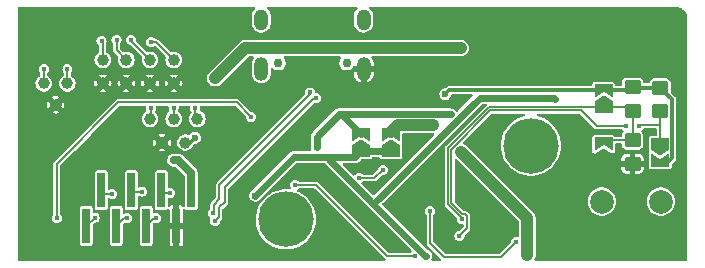
<source format=gbl>
G04 #@! TF.GenerationSoftware,KiCad,Pcbnew,8.0.8-8.0.8-0~ubuntu22.04.1*
G04 #@! TF.CreationDate,2025-01-23T17:55:28+01:00*
G04 #@! TF.ProjectId,kicad_makespace_tutorial,6b696361-645f-46d6-916b-657370616365,v1*
G04 #@! TF.SameCoordinates,Original*
G04 #@! TF.FileFunction,Copper,L2,Bot*
G04 #@! TF.FilePolarity,Positive*
%FSLAX46Y46*%
G04 Gerber Fmt 4.6, Leading zero omitted, Abs format (unit mm)*
G04 Created by KiCad (PCBNEW 8.0.8-8.0.8-0~ubuntu22.04.1) date 2025-01-23 17:55:28*
%MOMM*%
%LPD*%
G01*
G04 APERTURE LIST*
G04 Aperture macros list*
%AMRoundRect*
0 Rectangle with rounded corners*
0 $1 Rounding radius*
0 $2 $3 $4 $5 $6 $7 $8 $9 X,Y pos of 4 corners*
0 Add a 4 corners polygon primitive as box body*
4,1,4,$2,$3,$4,$5,$6,$7,$8,$9,$2,$3,0*
0 Add four circle primitives for the rounded corners*
1,1,$1+$1,$2,$3*
1,1,$1+$1,$4,$5*
1,1,$1+$1,$6,$7*
1,1,$1+$1,$8,$9*
0 Add four rect primitives between the rounded corners*
20,1,$1+$1,$2,$3,$4,$5,0*
20,1,$1+$1,$4,$5,$6,$7,0*
20,1,$1+$1,$6,$7,$8,$9,0*
20,1,$1+$1,$8,$9,$2,$3,0*%
%AMFreePoly0*
4,1,6,1.000000,0.000000,0.500000,-0.750000,-0.500000,-0.750000,-0.500000,0.750000,0.500000,0.750000,1.000000,0.000000,1.000000,0.000000,$1*%
%AMFreePoly1*
4,1,6,0.500000,-0.750000,-0.650000,-0.750000,-0.150000,0.000000,-0.650000,0.750000,0.500000,0.750000,0.500000,-0.750000,0.500000,-0.750000,$1*%
G04 Aperture macros list end*
G04 #@! TA.AperFunction,ComponentPad*
%ADD10C,2.000000*%
G04 #@! TD*
G04 #@! TA.AperFunction,ComponentPad*
%ADD11C,4.700000*%
G04 #@! TD*
G04 #@! TA.AperFunction,ComponentPad*
%ADD12C,0.750000*%
G04 #@! TD*
G04 #@! TA.AperFunction,ComponentPad*
%ADD13O,1.200000X2.000000*%
G04 #@! TD*
G04 #@! TA.AperFunction,ComponentPad*
%ADD14O,1.200000X1.800000*%
G04 #@! TD*
G04 #@! TA.AperFunction,SMDPad,CuDef*
%ADD15C,1.000000*%
G04 #@! TD*
G04 #@! TA.AperFunction,SMDPad,CuDef*
%ADD16RoundRect,0.250000X-0.450000X0.350000X-0.450000X-0.350000X0.450000X-0.350000X0.450000X0.350000X0*%
G04 #@! TD*
G04 #@! TA.AperFunction,SMDPad,CuDef*
%ADD17FreePoly0,90.000000*%
G04 #@! TD*
G04 #@! TA.AperFunction,SMDPad,CuDef*
%ADD18FreePoly1,90.000000*%
G04 #@! TD*
G04 #@! TA.AperFunction,SMDPad,CuDef*
%ADD19R,0.650000X3.000000*%
G04 #@! TD*
G04 #@! TA.AperFunction,SMDPad,CuDef*
%ADD20FreePoly0,270.000000*%
G04 #@! TD*
G04 #@! TA.AperFunction,SMDPad,CuDef*
%ADD21FreePoly1,270.000000*%
G04 #@! TD*
G04 #@! TA.AperFunction,ViaPad*
%ADD22C,0.600000*%
G04 #@! TD*
G04 #@! TA.AperFunction,ViaPad*
%ADD23C,0.450000*%
G04 #@! TD*
G04 #@! TA.AperFunction,Conductor*
%ADD24C,0.600000*%
G04 #@! TD*
G04 #@! TA.AperFunction,Conductor*
%ADD25C,1.000000*%
G04 #@! TD*
G04 #@! TA.AperFunction,Conductor*
%ADD26C,0.700000*%
G04 #@! TD*
G04 #@! TA.AperFunction,Conductor*
%ADD27C,0.300000*%
G04 #@! TD*
G04 #@! TA.AperFunction,Conductor*
%ADD28C,0.160000*%
G04 #@! TD*
G04 #@! TA.AperFunction,Conductor*
%ADD29C,0.200000*%
G04 #@! TD*
G04 APERTURE END LIST*
D10*
G04 #@! TO.P,J1,1,Pin_1*
G04 #@! TO.N,Net-(J1-Pin_1)*
X56750000Y-17000000D03*
G04 #@! TO.P,J1,2,Pin_2*
G04 #@! TO.N,Net-(J1-Pin_2)*
X61750000Y-17000000D03*
G04 #@! TD*
D11*
G04 #@! TO.P,H1,1*
G04 #@! TO.N,N/C*
X50750000Y-12250000D03*
G04 #@! TD*
D12*
G04 #@! TO.P,USBC1,*
G04 #@! TO.N,*
X35150000Y-5262500D03*
X29350000Y-5262500D03*
D13*
G04 #@! TO.P,USBC1,0,SH*
G04 #@! TO.N,GND*
X36580000Y-5762500D03*
G04 #@! TO.P,USBC1,1*
G04 #@! TO.N,N/C*
X27920000Y-5762500D03*
D14*
G04 #@! TO.P,USBC1,2*
X27920000Y-1582500D03*
G04 #@! TO.P,USBC1,3*
X36580000Y-1582500D03*
G04 #@! TD*
D11*
G04 #@! TO.P,H3,1*
G04 #@! TO.N,N/C*
X30000000Y-18500000D03*
G04 #@! TD*
D15*
G04 #@! TO.P,TP11,1,1*
G04 #@! TO.N,GND*
X16500000Y-7000000D03*
G04 #@! TD*
G04 #@! TO.P,TP2,1,1*
G04 #@! TO.N,/GPIO_21*
X14500000Y-5000000D03*
G04 #@! TD*
D16*
G04 #@! TO.P,R5,1*
G04 #@! TO.N,/5V*
X59350000Y-7300000D03*
G04 #@! TO.P,R5,2*
G04 #@! TO.N,/GAIN_SLOT*
X59350000Y-9300000D03*
G04 #@! TD*
D17*
G04 #@! TO.P,JP5,1,A*
G04 #@! TO.N,/WLED_VDD*
X36350000Y-12725000D03*
D18*
G04 #@! TO.P,JP5,2,B*
G04 #@! TO.N,/3V3*
X36350000Y-11275000D03*
G04 #@! TD*
D15*
G04 #@! TO.P,TP5,1,1*
G04 #@! TO.N,/GPIO_18*
X18500000Y-5000000D03*
G04 #@! TD*
G04 #@! TO.P,TP17,1,1*
G04 #@! TO.N,GND*
X10500000Y-8800000D03*
G04 #@! TD*
D17*
G04 #@! TO.P,JP3,1,A*
G04 #@! TO.N,/GAIN_SLOT*
X56900000Y-9025000D03*
D18*
G04 #@! TO.P,JP3,2,B*
G04 #@! TO.N,/5V*
X56900000Y-7575000D03*
G04 #@! TD*
D15*
G04 #@! TO.P,TP7,1,1*
G04 #@! TO.N,/3V3*
X21500000Y-12000000D03*
G04 #@! TD*
D19*
G04 #@! TO.P,J2,1,Pin_1*
G04 #@! TO.N,/3V3*
X21995000Y-16050000D03*
G04 #@! TO.P,J2,2,Pin_2*
G04 #@! TO.N,GND*
X20725000Y-19050000D03*
G04 #@! TO.P,J2,3,Pin_3*
G04 #@! TO.N,/GPIO_26*
X19455000Y-16050000D03*
G04 #@! TO.P,J2,4,Pin_4*
G04 #@! TO.N,/GPIO_25*
X18185000Y-19050000D03*
G04 #@! TO.P,J2,5,Pin_5*
G04 #@! TO.N,/GPIO_33*
X16915000Y-16050000D03*
G04 #@! TO.P,J2,6,Pin_6*
G04 #@! TO.N,/GPIO_32*
X15645000Y-19050000D03*
G04 #@! TO.P,J2,7,Pin_7*
G04 #@! TO.N,/GPIO_35*
X14375000Y-16050000D03*
G04 #@! TO.P,J2,8,Pin_8*
G04 #@! TO.N,/GPIO_34*
X13105000Y-19050000D03*
G04 #@! TD*
D15*
G04 #@! TO.P,TP10,1,1*
G04 #@! TO.N,/GPIO_17*
X18500000Y-10000000D03*
G04 #@! TD*
G04 #@! TO.P,TP16,1,1*
G04 #@! TO.N,/ESP_TXD*
X9500000Y-7000000D03*
G04 #@! TD*
G04 #@! TO.P,TP1,1,1*
G04 #@! TO.N,GND*
X19500000Y-12000000D03*
G04 #@! TD*
D17*
G04 #@! TO.P,JP4,1,A*
G04 #@! TO.N,/WLED_VDD*
X38900000Y-12725000D03*
D18*
G04 #@! TO.P,JP4,2,B*
G04 #@! TO.N,/5V*
X38900000Y-11275000D03*
G04 #@! TD*
D16*
G04 #@! TO.P,R4,1*
G04 #@! TO.N,/5V*
X61700000Y-7350000D03*
G04 #@! TO.P,R4,2*
G04 #@! TO.N,/SD_MODE*
X61700000Y-9350000D03*
G04 #@! TD*
D15*
G04 #@! TO.P,TP9,1,1*
G04 #@! TO.N,/GPIO_4*
X22500000Y-10000000D03*
G04 #@! TD*
G04 #@! TO.P,TP12,1,1*
G04 #@! TO.N,/GPIO_5*
X20500000Y-5000000D03*
G04 #@! TD*
D17*
G04 #@! TO.P,JP2,1,A*
G04 #@! TO.N,GND*
X56900000Y-13525000D03*
D18*
G04 #@! TO.P,JP2,2,B*
G04 #@! TO.N,/GAIN_SLOT*
X56900000Y-12075000D03*
G04 #@! TD*
D15*
G04 #@! TO.P,TP6,1,1*
G04 #@! TO.N,GND*
X18500000Y-7000000D03*
G04 #@! TD*
G04 #@! TO.P,TP8,1,1*
G04 #@! TO.N,/GPIO_16*
X20500000Y-10000000D03*
G04 #@! TD*
G04 #@! TO.P,TP15,1,1*
G04 #@! TO.N,/ESP_RXD*
X11500000Y-7000000D03*
G04 #@! TD*
G04 #@! TO.P,TP4,1,1*
G04 #@! TO.N,GND*
X20500000Y-7000000D03*
G04 #@! TD*
D20*
G04 #@! TO.P,JP1,1,A*
G04 #@! TO.N,/SD_MODE*
X61700000Y-12125000D03*
D21*
G04 #@! TO.P,JP1,2,B*
G04 #@! TO.N,/5V*
X61700000Y-13575000D03*
G04 #@! TD*
D15*
G04 #@! TO.P,TP3,1,1*
G04 #@! TO.N,/GPIO_19*
X16500000Y-5000000D03*
G04 #@! TD*
D16*
G04 #@! TO.P,R6,1*
G04 #@! TO.N,/GAIN_SLOT*
X59350000Y-11800000D03*
G04 #@! TO.P,R6,2*
G04 #@! TO.N,GND*
X59350000Y-13800000D03*
G04 #@! TD*
D15*
G04 #@! TO.P,TP13,1,1*
G04 #@! TO.N,GND*
X14500000Y-7000000D03*
G04 #@! TD*
D22*
G04 #@! TO.N,/3V3*
X43950000Y-9600000D03*
X24000000Y-6550000D03*
X22300000Y-11600000D03*
X32600000Y-12400000D03*
X44800000Y-4000000D03*
X20500000Y-13500000D03*
G04 #@! TO.N,GND*
X26200000Y-20600000D03*
X8700000Y-13600000D03*
X59700000Y-17550000D03*
X35200000Y-900000D03*
X9600000Y-4750000D03*
X11300000Y-17700000D03*
X48600000Y-14500000D03*
X51800000Y-18750000D03*
X34800000Y-2100000D03*
X32900000Y-2000000D03*
X46750000Y-19000000D03*
X41500000Y-11900000D03*
X47600000Y-10400000D03*
X53400000Y-18800000D03*
X44000000Y-6400000D03*
X46400000Y-6400000D03*
X56050000Y-20300000D03*
X31200000Y-1200000D03*
X45400000Y-1500000D03*
X12900000Y-5700000D03*
X51650000Y-20400000D03*
X56700000Y-18650000D03*
X44200000Y-5400000D03*
X58250000Y-20400000D03*
X58450000Y-18450000D03*
X9900000Y-10500000D03*
X45700000Y-5400000D03*
X38800000Y-1500000D03*
X33600000Y-17900000D03*
X39700000Y-2100000D03*
X55600000Y-4200000D03*
X54400000Y-12600000D03*
X47700000Y-13400000D03*
X32900000Y-20900000D03*
X23600000Y-16500000D03*
X51150000Y-17150000D03*
X27900000Y-7400000D03*
X44500000Y-1100000D03*
X53300000Y-5200000D03*
X53650000Y-20350000D03*
X32700000Y-1000000D03*
X44800000Y-14600000D03*
X44200000Y-2000000D03*
X33900000Y-1200000D03*
X44900000Y-6600000D03*
X39900000Y-1000000D03*
X23000000Y-13500000D03*
X49900000Y-3600000D03*
X54550000Y-17200000D03*
X38600000Y-6400000D03*
X41400000Y-17300000D03*
X61100000Y-19100000D03*
X47250000Y-18500000D03*
X40100000Y-17300000D03*
X46300000Y-1000000D03*
X31500000Y-12100000D03*
X46400000Y-11500000D03*
X49400000Y-6500000D03*
G04 #@! TO.N,/5V*
X44800000Y-12800000D03*
X50450000Y-21500000D03*
X48000000Y-15950000D03*
X42500000Y-10500000D03*
X43500000Y-7900000D03*
D23*
G04 #@! TO.N,/SD_MODE*
X58800000Y-10600000D03*
X44700000Y-19900000D03*
X59900000Y-10600000D03*
G04 #@! TO.N,/GAIN_SLOT*
X44900000Y-18500000D03*
G04 #@! TO.N,/ESP_EN*
X36200000Y-15000000D03*
X27051591Y-9815000D03*
X38200000Y-14300000D03*
X10600000Y-18400000D03*
G04 #@! TO.N,/USB_N*
X32547488Y-8249936D03*
X24007908Y-18640377D03*
G04 #@! TO.N,/ESP_TXD*
X9500000Y-5800000D03*
G04 #@! TO.N,/ESP_RXD*
X11500000Y-5800000D03*
G04 #@! TO.N,/USB_P*
X23800000Y-18000000D03*
X32052512Y-7754960D03*
G04 #@! TO.N,/GPIO_21*
X14397500Y-3400000D03*
G04 #@! TO.N,/GPIO_19*
X15667500Y-3300000D03*
G04 #@! TO.N,/GPIO_16*
X20500000Y-9100000D03*
G04 #@! TO.N,/GPIO_17*
X18600000Y-9100000D03*
G04 #@! TO.N,/GPIO_5*
X18600000Y-3500000D03*
G04 #@! TO.N,/GPIO_18*
X16900000Y-3300000D03*
G04 #@! TO.N,/GPIO_4*
X22332184Y-9082977D03*
G04 #@! TO.N,/GPIO_35*
X15300000Y-16350000D03*
G04 #@! TO.N,/GPIO_25*
X19000000Y-18400000D03*
G04 #@! TO.N,/GPIO_32*
X16550000Y-18400000D03*
G04 #@! TO.N,/GPIO_26*
X20200000Y-16250000D03*
G04 #@! TO.N,/GPIO_34*
X13800000Y-18350000D03*
G04 #@! TO.N,/GPIO_33*
X17850000Y-16150000D03*
D22*
G04 #@! TO.N,/WLED_VDD*
X27400000Y-16500000D03*
X41900000Y-21600000D03*
X52800000Y-8300000D03*
D23*
G04 #@! TO.N,Net-(LED3-DO)*
X30800000Y-15600000D03*
X40900000Y-21600000D03*
G04 #@! TO.N,Net-(LED4-DO)*
X49500000Y-20400000D03*
X42200000Y-17800000D03*
G04 #@! TD*
D24*
G04 #@! TO.N,/3V3*
X34500000Y-9600000D02*
X34675000Y-9600000D01*
D25*
X26550000Y-4000000D02*
X44800000Y-4000000D01*
D24*
X43950000Y-9600000D02*
X34500000Y-9600000D01*
X32600000Y-11500000D02*
X34500000Y-9600000D01*
X34675000Y-9600000D02*
X36350000Y-11275000D01*
X32600000Y-12400000D02*
X32600000Y-11500000D01*
D26*
X20900000Y-13500000D02*
X21995000Y-14595000D01*
D27*
X21900000Y-12000000D02*
X22300000Y-11600000D01*
D25*
X24000000Y-6550000D02*
X26550000Y-4000000D01*
D27*
X21500000Y-12000000D02*
X21900000Y-12000000D01*
D26*
X20900000Y-13500000D02*
X20500000Y-13500000D01*
D27*
X21995000Y-16050000D02*
X21995000Y-14595000D01*
G04 #@! TO.N,/5V*
X61700000Y-13575000D02*
X62455000Y-13575000D01*
X56900000Y-7575000D02*
X59075000Y-7575000D01*
D25*
X44850000Y-12800000D02*
X50450000Y-18400000D01*
D27*
X56900000Y-7575000D02*
X43825000Y-7575000D01*
X62705000Y-8355000D02*
X61700000Y-7350000D01*
D25*
X50450000Y-18400000D02*
X50450000Y-21500000D01*
X44800000Y-12800000D02*
X44850000Y-12800000D01*
X42500000Y-10500000D02*
X39520097Y-10500000D01*
D27*
X62705000Y-13325000D02*
X62705000Y-8355000D01*
D25*
X39520097Y-10500000D02*
X38900000Y-11120097D01*
D27*
X62455000Y-13575000D02*
X62705000Y-13325000D01*
X61700000Y-7350000D02*
X59400000Y-7350000D01*
X43825000Y-7575000D02*
X43500000Y-7900000D01*
D28*
G04 #@! TO.N,/SD_MODE*
X47325000Y-9285000D02*
X44000000Y-12610000D01*
X44000000Y-12610000D02*
X44000000Y-17132304D01*
X60000000Y-10500000D02*
X61700000Y-10500000D01*
X44937696Y-18070000D02*
X45170000Y-18070000D01*
X58800000Y-10600000D02*
X56315000Y-10600000D01*
X61700000Y-10500000D02*
X61700000Y-12125000D01*
X45330000Y-18230000D02*
X45330000Y-19270000D01*
X55000000Y-9285000D02*
X47325000Y-9285000D01*
X45330000Y-19270000D02*
X44700000Y-19900000D01*
X44000000Y-17132304D02*
X44937696Y-18070000D01*
X56315000Y-10600000D02*
X55000000Y-9285000D01*
X45170000Y-18070000D02*
X45330000Y-18230000D01*
X59900000Y-10600000D02*
X60000000Y-10500000D01*
X61700000Y-9350000D02*
X61700000Y-10500000D01*
G04 #@! TO.N,/GAIN_SLOT*
X56900000Y-9025000D02*
X59075000Y-9025000D01*
X43739999Y-17239999D02*
X43739999Y-12502305D01*
X44900000Y-18500000D02*
X44900000Y-18400000D01*
X44900000Y-18400000D02*
X43739999Y-17239999D01*
X59350000Y-9300000D02*
X59350000Y-11800000D01*
X43739999Y-12502305D02*
X47217304Y-9025000D01*
X59350000Y-11800000D02*
X57175000Y-11800000D01*
X47217304Y-9025000D02*
X56900000Y-9025000D01*
G04 #@! TO.N,/ESP_EN*
X36200000Y-15000000D02*
X37500000Y-15000000D01*
X37500000Y-15000000D02*
X38200000Y-14300000D01*
X27051591Y-9815000D02*
X25836591Y-8600000D01*
X25836591Y-8600000D02*
X15800000Y-8600000D01*
X10600000Y-13800000D02*
X10600000Y-18400000D01*
X15800000Y-8600000D02*
X10600000Y-13800000D01*
D29*
G04 #@! TO.N,/USB_N*
X24825000Y-16993200D02*
X24325000Y-17493200D01*
X24325000Y-17493200D02*
X24325000Y-18323285D01*
X32370711Y-8249936D02*
X24825000Y-15795647D01*
X32547488Y-8249936D02*
X32370711Y-8249936D01*
X24325000Y-18323285D02*
X24007908Y-18640377D01*
X24825000Y-15795647D02*
X24825000Y-16993200D01*
D28*
G04 #@! TO.N,/ESP_TXD*
X9500000Y-5800000D02*
X9500000Y-7000000D01*
G04 #@! TO.N,/ESP_RXD*
X11500000Y-5800000D02*
X11500000Y-7000000D01*
D29*
G04 #@! TO.N,/USB_P*
X32052512Y-7754960D02*
X32052512Y-7931737D01*
X32052512Y-7931737D02*
X24375000Y-15609249D01*
X23875000Y-17306800D02*
X23875000Y-17925000D01*
X24375000Y-15609249D02*
X24375000Y-16806800D01*
X23875000Y-17925000D02*
X23800000Y-18000000D01*
X24375000Y-16806800D02*
X23875000Y-17306800D01*
D28*
G04 #@! TO.N,/GPIO_21*
X14397500Y-3400000D02*
X14500000Y-3502500D01*
X14500000Y-3502500D02*
X14500000Y-5000000D01*
G04 #@! TO.N,/GPIO_19*
X15667500Y-3300000D02*
X15667500Y-4167500D01*
X15667500Y-4167500D02*
X16500000Y-5000000D01*
G04 #@! TO.N,/GPIO_16*
X20500000Y-9100000D02*
X20500000Y-10000000D01*
G04 #@! TO.N,/GPIO_17*
X18600000Y-9900000D02*
X18500000Y-10000000D01*
X18600000Y-9100000D02*
X18600000Y-9900000D01*
G04 #@! TO.N,/GPIO_5*
X18600000Y-3500000D02*
X19000000Y-3500000D01*
X19000000Y-3500000D02*
X20500000Y-5000000D01*
G04 #@! TO.N,/GPIO_18*
X16900000Y-3300000D02*
X16900000Y-3400000D01*
X16900000Y-3400000D02*
X18500000Y-5000000D01*
G04 #@! TO.N,/GPIO_4*
X22332184Y-9082977D02*
X22332184Y-9832184D01*
X22332184Y-9832184D02*
X22500000Y-10000000D01*
G04 #@! TO.N,/GPIO_35*
X15300000Y-16350000D02*
X14675000Y-16350000D01*
X14675000Y-16350000D02*
X14375000Y-16050000D01*
G04 #@! TO.N,/GPIO_25*
X19000000Y-18400000D02*
X18835000Y-18400000D01*
X18835000Y-18400000D02*
X18185000Y-19050000D01*
G04 #@! TO.N,/GPIO_32*
X16550000Y-18400000D02*
X16295000Y-18400000D01*
X16295000Y-18400000D02*
X15645000Y-19050000D01*
G04 #@! TO.N,/GPIO_26*
X20200000Y-16250000D02*
X19655000Y-16250000D01*
G04 #@! TO.N,/GPIO_34*
X13800000Y-18355000D02*
X13105000Y-19050000D01*
X13800000Y-18350000D02*
X13800000Y-18355000D01*
G04 #@! TO.N,/GPIO_33*
X17850000Y-16150000D02*
X17015000Y-16150000D01*
D24*
G04 #@! TO.N,/WLED_VDD*
X52700000Y-8200000D02*
X52800000Y-8300000D01*
X33400000Y-13230000D02*
X30670000Y-13230000D01*
X38900000Y-12725000D02*
X36350000Y-12725000D01*
X36350000Y-12725000D02*
X35845000Y-13230000D01*
X33400000Y-13230000D02*
X33449239Y-13230000D01*
X49800000Y-8200000D02*
X52700000Y-8200000D01*
X33449239Y-13230000D02*
X37409620Y-17190380D01*
X35845000Y-13230000D02*
X33400000Y-13230000D01*
X37409620Y-17190380D02*
X41819239Y-21600000D01*
X37409620Y-17190380D02*
X46400000Y-8200000D01*
X30670000Y-13230000D02*
X27400000Y-16500000D01*
X46400000Y-8200000D02*
X49800000Y-8200000D01*
X41819239Y-21600000D02*
X41900000Y-21600000D01*
D28*
G04 #@! TO.N,Net-(LED3-DO)*
X30800000Y-15600000D02*
X32578823Y-15600000D01*
X32578823Y-15600000D02*
X38578823Y-21600000D01*
X38578823Y-21600000D02*
X40900000Y-21600000D01*
G04 #@! TO.N,Net-(LED4-DO)*
X42200000Y-17800000D02*
X42200000Y-20500000D01*
X42200000Y-20500000D02*
X43400000Y-21700000D01*
X48200000Y-21700000D02*
X49500000Y-20400000D01*
X43400000Y-21700000D02*
X48200000Y-21700000D01*
G04 #@! TD*
G04 #@! TA.AperFunction,Conductor*
G04 #@! TO.N,GND*
G36*
X27389106Y-519406D02*
G01*
X27425070Y-568906D01*
X27425070Y-630092D01*
X27400919Y-669503D01*
X27298214Y-772207D01*
X27298211Y-772211D01*
X27210609Y-903314D01*
X27210603Y-903325D01*
X27150263Y-1049001D01*
X27150263Y-1049003D01*
X27119500Y-1203655D01*
X27119500Y-1961344D01*
X27150263Y-2115996D01*
X27150263Y-2115998D01*
X27210603Y-2261674D01*
X27210609Y-2261685D01*
X27263312Y-2340559D01*
X27298211Y-2392789D01*
X27409711Y-2504289D01*
X27487876Y-2556517D01*
X27540814Y-2591890D01*
X27540825Y-2591896D01*
X27594638Y-2614185D01*
X27686503Y-2652237D01*
X27841158Y-2683000D01*
X27841159Y-2683000D01*
X27998841Y-2683000D01*
X27998842Y-2683000D01*
X28153497Y-2652237D01*
X28299179Y-2591894D01*
X28430289Y-2504289D01*
X28541789Y-2392789D01*
X28629394Y-2261679D01*
X28689737Y-2115997D01*
X28720500Y-1961342D01*
X28720500Y-1203658D01*
X28689737Y-1049003D01*
X28629394Y-903321D01*
X28629393Y-903319D01*
X28629390Y-903314D01*
X28594017Y-850376D01*
X28541789Y-772211D01*
X28439081Y-669503D01*
X28411304Y-614986D01*
X28420875Y-554554D01*
X28464140Y-511289D01*
X28509085Y-500499D01*
X35990915Y-500499D01*
X36049106Y-519406D01*
X36085070Y-568906D01*
X36085070Y-630092D01*
X36060919Y-669503D01*
X35958214Y-772207D01*
X35958211Y-772211D01*
X35870609Y-903314D01*
X35870603Y-903325D01*
X35810263Y-1049001D01*
X35810263Y-1049003D01*
X35779500Y-1203655D01*
X35779500Y-1961344D01*
X35810263Y-2115996D01*
X35810263Y-2115998D01*
X35870603Y-2261674D01*
X35870609Y-2261685D01*
X35923312Y-2340559D01*
X35958211Y-2392789D01*
X36069711Y-2504289D01*
X36147876Y-2556517D01*
X36200814Y-2591890D01*
X36200825Y-2591896D01*
X36254638Y-2614185D01*
X36346503Y-2652237D01*
X36501158Y-2683000D01*
X36501159Y-2683000D01*
X36658841Y-2683000D01*
X36658842Y-2683000D01*
X36813497Y-2652237D01*
X36959179Y-2591894D01*
X37090289Y-2504289D01*
X37201789Y-2392789D01*
X37289394Y-2261679D01*
X37349737Y-2115997D01*
X37380500Y-1961342D01*
X37380500Y-1203658D01*
X37349737Y-1049003D01*
X37289394Y-903321D01*
X37289393Y-903319D01*
X37289390Y-903314D01*
X37254017Y-850376D01*
X37201789Y-772211D01*
X37099081Y-669503D01*
X37071304Y-614986D01*
X37080875Y-554554D01*
X37124140Y-511289D01*
X37169085Y-500499D01*
X63060712Y-500499D01*
X63075292Y-501578D01*
X63218737Y-522939D01*
X63234848Y-526737D01*
X63378443Y-573564D01*
X63393694Y-579993D01*
X63527480Y-650093D01*
X63541449Y-658974D01*
X63661682Y-750384D01*
X63673976Y-761470D01*
X63777291Y-871630D01*
X63787567Y-884610D01*
X63871091Y-1010461D01*
X63879059Y-1024970D01*
X63940436Y-1162958D01*
X63945876Y-1178593D01*
X63983408Y-1324897D01*
X63986166Y-1341220D01*
X63999153Y-1496008D01*
X63999500Y-1504285D01*
X63999500Y-21900500D01*
X63980593Y-21958691D01*
X63931093Y-21994655D01*
X63900500Y-21999500D01*
X51143945Y-21999500D01*
X51085754Y-21980593D01*
X51049790Y-21931093D01*
X51049790Y-21869907D01*
X51061631Y-21845497D01*
X51070770Y-21831819D01*
X51070771Y-21831816D01*
X51070775Y-21831811D01*
X51123580Y-21704328D01*
X51150500Y-21568993D01*
X51150500Y-18331007D01*
X51146932Y-18313072D01*
X51123580Y-18195672D01*
X51070775Y-18068189D01*
X50994114Y-17953457D01*
X50040657Y-17000000D01*
X55544357Y-17000000D01*
X55564885Y-17221536D01*
X55625771Y-17435528D01*
X55724942Y-17634689D01*
X55859019Y-17812236D01*
X56023438Y-17962124D01*
X56212599Y-18079247D01*
X56420060Y-18159618D01*
X56638757Y-18200500D01*
X56861243Y-18200500D01*
X57079940Y-18159618D01*
X57287401Y-18079247D01*
X57476562Y-17962124D01*
X57640981Y-17812236D01*
X57775058Y-17634689D01*
X57874229Y-17435528D01*
X57935115Y-17221536D01*
X57955643Y-17000000D01*
X60544357Y-17000000D01*
X60564885Y-17221536D01*
X60625771Y-17435528D01*
X60724942Y-17634689D01*
X60859019Y-17812236D01*
X61023438Y-17962124D01*
X61212599Y-18079247D01*
X61420060Y-18159618D01*
X61638757Y-18200500D01*
X61861243Y-18200500D01*
X62079940Y-18159618D01*
X62287401Y-18079247D01*
X62476562Y-17962124D01*
X62640981Y-17812236D01*
X62775058Y-17634689D01*
X62874229Y-17435528D01*
X62935115Y-17221536D01*
X62955643Y-17000000D01*
X62935115Y-16778464D01*
X62874229Y-16564472D01*
X62775058Y-16365311D01*
X62640981Y-16187764D01*
X62476562Y-16037876D01*
X62287401Y-15920753D01*
X62079940Y-15840382D01*
X62079939Y-15840381D01*
X62079937Y-15840381D01*
X61861243Y-15799500D01*
X61638757Y-15799500D01*
X61420062Y-15840381D01*
X61386921Y-15853220D01*
X61212599Y-15920753D01*
X61064853Y-16012233D01*
X61023438Y-16037876D01*
X60859020Y-16187763D01*
X60724943Y-16365309D01*
X60724938Y-16365318D01*
X60625772Y-16564469D01*
X60625771Y-16564472D01*
X60564885Y-16778464D01*
X60544357Y-17000000D01*
X57955643Y-17000000D01*
X57935115Y-16778464D01*
X57874229Y-16564472D01*
X57775058Y-16365311D01*
X57640981Y-16187764D01*
X57476562Y-16037876D01*
X57287401Y-15920753D01*
X57079940Y-15840382D01*
X57079939Y-15840381D01*
X57079937Y-15840381D01*
X56861243Y-15799500D01*
X56638757Y-15799500D01*
X56420062Y-15840381D01*
X56386921Y-15853220D01*
X56212599Y-15920753D01*
X56064853Y-16012233D01*
X56023438Y-16037876D01*
X55859020Y-16187763D01*
X55724943Y-16365309D01*
X55724938Y-16365318D01*
X55625772Y-16564469D01*
X55625771Y-16564472D01*
X55564885Y-16778464D01*
X55544357Y-17000000D01*
X50040657Y-17000000D01*
X45296543Y-12255886D01*
X45296539Y-12255883D01*
X45181810Y-12179224D01*
X45068133Y-12132138D01*
X45021608Y-12092401D01*
X45007324Y-12032907D01*
X45030739Y-11976379D01*
X45036002Y-11970683D01*
X47412190Y-9594496D01*
X47466707Y-9566719D01*
X47482194Y-9565500D01*
X50166028Y-9565500D01*
X50224219Y-9584407D01*
X50260183Y-9633907D01*
X50260183Y-9695093D01*
X50224219Y-9744593D01*
X50190650Y-9760388D01*
X50034959Y-9800363D01*
X49960293Y-9819534D01*
X49661904Y-9937674D01*
X49661901Y-9937676D01*
X49380682Y-10092277D01*
X49380673Y-10092283D01*
X49380672Y-10092284D01*
X49245790Y-10190281D01*
X49121033Y-10280922D01*
X48887093Y-10500605D01*
X48887083Y-10500616D01*
X48682521Y-10747890D01*
X48510568Y-11018844D01*
X48510561Y-11018857D01*
X48373918Y-11309235D01*
X48339665Y-11414655D01*
X48279443Y-11600002D01*
X48274745Y-11614460D01*
X48274742Y-11614470D01*
X48214608Y-11929700D01*
X48194457Y-12250000D01*
X48214608Y-12570299D01*
X48274742Y-12885529D01*
X48274744Y-12885538D01*
X48364567Y-13161985D01*
X48373918Y-13190764D01*
X48510561Y-13481142D01*
X48510568Y-13481155D01*
X48682521Y-13752109D01*
X48887083Y-13999383D01*
X48887093Y-13999394D01*
X49016300Y-14120727D01*
X49121036Y-14219080D01*
X49380672Y-14407716D01*
X49380679Y-14407719D01*
X49380682Y-14407722D01*
X49661901Y-14562323D01*
X49661904Y-14562325D01*
X49811098Y-14621395D01*
X49960294Y-14680466D01*
X50271139Y-14760277D01*
X50589536Y-14800500D01*
X50910464Y-14800500D01*
X51228861Y-14760277D01*
X51539706Y-14680466D01*
X51786688Y-14582678D01*
X51838095Y-14562325D01*
X51838097Y-14562324D01*
X52119328Y-14407716D01*
X52378964Y-14219080D01*
X52401599Y-14197824D01*
X58399999Y-14197824D01*
X58406401Y-14257370D01*
X58406403Y-14257381D01*
X58456646Y-14392088D01*
X58456647Y-14392090D01*
X58542807Y-14507184D01*
X58542815Y-14507192D01*
X58657909Y-14593352D01*
X58657911Y-14593353D01*
X58792618Y-14643596D01*
X58792629Y-14643598D01*
X58852176Y-14650000D01*
X59099999Y-14650000D01*
X59100000Y-14649999D01*
X59100000Y-14050001D01*
X59600000Y-14050001D01*
X59600000Y-14649999D01*
X59600001Y-14650000D01*
X59847824Y-14650000D01*
X59907370Y-14643598D01*
X59907381Y-14643596D01*
X60042088Y-14593353D01*
X60042090Y-14593352D01*
X60157184Y-14507192D01*
X60157192Y-14507184D01*
X60243352Y-14392090D01*
X60243353Y-14392088D01*
X60293596Y-14257381D01*
X60293598Y-14257370D01*
X60300000Y-14197824D01*
X60300000Y-14050001D01*
X60299999Y-14050000D01*
X59600001Y-14050000D01*
X59600000Y-14050001D01*
X59100000Y-14050001D01*
X59099999Y-14050000D01*
X58400001Y-14050000D01*
X58400000Y-14050001D01*
X58400000Y-14197824D01*
X58399999Y-14197824D01*
X52401599Y-14197824D01*
X52612911Y-13999390D01*
X52817478Y-13752110D01*
X52989439Y-13481142D01*
X53026598Y-13402175D01*
X58400000Y-13402175D01*
X58400000Y-13549999D01*
X58400001Y-13550000D01*
X59099999Y-13550000D01*
X59100000Y-13549999D01*
X59100000Y-12950001D01*
X59600000Y-12950001D01*
X59600000Y-13549999D01*
X59600001Y-13550000D01*
X60299999Y-13550000D01*
X60300000Y-13549999D01*
X60300000Y-13402175D01*
X60293598Y-13342629D01*
X60293596Y-13342618D01*
X60243353Y-13207911D01*
X60243352Y-13207909D01*
X60157192Y-13092815D01*
X60157184Y-13092807D01*
X60042090Y-13006647D01*
X60042088Y-13006646D01*
X59907381Y-12956403D01*
X59907370Y-12956401D01*
X59847824Y-12950000D01*
X59600001Y-12950000D01*
X59600000Y-12950001D01*
X59100000Y-12950001D01*
X59099999Y-12950000D01*
X58852176Y-12950000D01*
X58792629Y-12956401D01*
X58792618Y-12956403D01*
X58657911Y-13006646D01*
X58657909Y-13006647D01*
X58542815Y-13092807D01*
X58542807Y-13092815D01*
X58456647Y-13207909D01*
X58456646Y-13207911D01*
X58406403Y-13342618D01*
X58406401Y-13342629D01*
X58400000Y-13402175D01*
X53026598Y-13402175D01*
X53126084Y-13190758D01*
X53225256Y-12885538D01*
X53285392Y-12570294D01*
X53305543Y-12250000D01*
X53285392Y-11929706D01*
X53284496Y-11925011D01*
X53242968Y-11707314D01*
X53225256Y-11614462D01*
X53126084Y-11309242D01*
X53124941Y-11306814D01*
X53074914Y-11200500D01*
X52989439Y-11018858D01*
X52989435Y-11018853D01*
X52989431Y-11018844D01*
X52817478Y-10747890D01*
X52612916Y-10500616D01*
X52612906Y-10500605D01*
X52378966Y-10280922D01*
X52378964Y-10280920D01*
X52119328Y-10092284D01*
X52119322Y-10092280D01*
X52119317Y-10092277D01*
X51838098Y-9937676D01*
X51838095Y-9937674D01*
X51539706Y-9819534D01*
X51495547Y-9808196D01*
X51309350Y-9760389D01*
X51257691Y-9727605D01*
X51235167Y-9670717D01*
X51250383Y-9611453D01*
X51297527Y-9572452D01*
X51333972Y-9565500D01*
X54842806Y-9565500D01*
X54900997Y-9584407D01*
X54912809Y-9594495D01*
X56142769Y-10824456D01*
X56206731Y-10861384D01*
X56206733Y-10861384D01*
X56206734Y-10861385D01*
X56242401Y-10870942D01*
X56278068Y-10880499D01*
X56278070Y-10880500D01*
X56278071Y-10880500D01*
X56278072Y-10880500D01*
X58437744Y-10880500D01*
X58495935Y-10899407D01*
X58507747Y-10909496D01*
X58530500Y-10932248D01*
X58546780Y-10948528D01*
X58566157Y-10958401D01*
X58609419Y-11001663D01*
X58618991Y-11062095D01*
X58591214Y-11116612D01*
X58580001Y-11126262D01*
X58577855Y-11127845D01*
X58577845Y-11127855D01*
X58497207Y-11237116D01*
X58452355Y-11365296D01*
X58452353Y-11365305D01*
X58449500Y-11395725D01*
X58449500Y-11420500D01*
X58430593Y-11478691D01*
X58381093Y-11514655D01*
X58350500Y-11519500D01*
X57907848Y-11519500D01*
X57849657Y-11500593D01*
X57818653Y-11463456D01*
X57810667Y-11446874D01*
X57810666Y-11446873D01*
X57739162Y-11389850D01*
X57650000Y-11369500D01*
X56150000Y-11369500D01*
X56149998Y-11369500D01*
X56104272Y-11374651D01*
X56021872Y-11414334D01*
X55964850Y-11485837D01*
X55944500Y-11575000D01*
X55944500Y-12724999D01*
X55944501Y-12725011D01*
X55957933Y-12798079D01*
X55957935Y-12798085D01*
X56008666Y-12874181D01*
X56087389Y-12920730D01*
X56094558Y-12921342D01*
X56178514Y-12928512D01*
X56263991Y-12895986D01*
X56845085Y-12508589D01*
X56903989Y-12492043D01*
X56954914Y-12508590D01*
X57536006Y-12895985D01*
X57536009Y-12895986D01*
X57604272Y-12925348D01*
X57604273Y-12925348D01*
X57695728Y-12925348D01*
X57778127Y-12885666D01*
X57835149Y-12814163D01*
X57855500Y-12725000D01*
X57855500Y-12179500D01*
X57874407Y-12121309D01*
X57923907Y-12085345D01*
X57954500Y-12080500D01*
X58350500Y-12080500D01*
X58408691Y-12099407D01*
X58444655Y-12148907D01*
X58449500Y-12179500D01*
X58449500Y-12204274D01*
X58452353Y-12234694D01*
X58452355Y-12234703D01*
X58497206Y-12362880D01*
X58497207Y-12362883D01*
X58577845Y-12472144D01*
X58577847Y-12472146D01*
X58577850Y-12472150D01*
X58577853Y-12472152D01*
X58577855Y-12472154D01*
X58687116Y-12552792D01*
X58687117Y-12552792D01*
X58687118Y-12552793D01*
X58815301Y-12597646D01*
X58845725Y-12600499D01*
X58845727Y-12600500D01*
X58845734Y-12600500D01*
X59854273Y-12600500D01*
X59854273Y-12600499D01*
X59884699Y-12597646D01*
X60012882Y-12552793D01*
X60122150Y-12472150D01*
X60202793Y-12362882D01*
X60206058Y-12353553D01*
X60232547Y-12277849D01*
X60247646Y-12234699D01*
X60250499Y-12204273D01*
X60250500Y-12204273D01*
X60250500Y-11395727D01*
X60250499Y-11395725D01*
X60247646Y-11365301D01*
X60202793Y-11237118D01*
X60188577Y-11217856D01*
X60122154Y-11127855D01*
X60122152Y-11127853D01*
X60122150Y-11127850D01*
X60120002Y-11126264D01*
X60118591Y-11124292D01*
X60116903Y-11122604D01*
X60117183Y-11122323D01*
X60084409Y-11076499D01*
X60084865Y-11015316D01*
X60121197Y-10966085D01*
X60133830Y-10958407D01*
X60153220Y-10948528D01*
X60248528Y-10853220D01*
X60258038Y-10834554D01*
X60301303Y-10791290D01*
X60346248Y-10780500D01*
X61320500Y-10780500D01*
X61378691Y-10799407D01*
X61414655Y-10848907D01*
X61419500Y-10879500D01*
X61419500Y-11320500D01*
X61400593Y-11378691D01*
X61351093Y-11414655D01*
X61320500Y-11419500D01*
X60949998Y-11419500D01*
X60904272Y-11424651D01*
X60821872Y-11464334D01*
X60764850Y-11535837D01*
X60744500Y-11625000D01*
X60744500Y-12625009D01*
X60745244Y-12642484D01*
X60745244Y-12642485D01*
X60750780Y-12659790D01*
X60767031Y-12710593D01*
X60776509Y-12740219D01*
X60774285Y-12740930D01*
X60784269Y-12785624D01*
X60768317Y-12825129D01*
X60769689Y-12825790D01*
X60764851Y-12835835D01*
X60744500Y-12925000D01*
X60744500Y-14075001D01*
X60749651Y-14120727D01*
X60771873Y-14166870D01*
X60789334Y-14203127D01*
X60860837Y-14260149D01*
X60950000Y-14280500D01*
X62449999Y-14280500D01*
X62450000Y-14280500D01*
X62495728Y-14275348D01*
X62578127Y-14235666D01*
X62635149Y-14164163D01*
X62655500Y-14075000D01*
X62655500Y-13911189D01*
X62674407Y-13852998D01*
X62684496Y-13841186D01*
X62741127Y-13784555D01*
X62985469Y-13540212D01*
X63031614Y-13460288D01*
X63031616Y-13460282D01*
X63037127Y-13439714D01*
X63037127Y-13439712D01*
X63039941Y-13429210D01*
X63055500Y-13371144D01*
X63055500Y-8308856D01*
X63031614Y-8219712D01*
X63012014Y-8185764D01*
X63012013Y-8185762D01*
X63012013Y-8185761D01*
X62995185Y-8156615D01*
X62985470Y-8139788D01*
X62811393Y-7965711D01*
X62629496Y-7783813D01*
X62601719Y-7729297D01*
X62600500Y-7713810D01*
X62600500Y-6945727D01*
X62600499Y-6945725D01*
X62599127Y-6931093D01*
X62597646Y-6915301D01*
X62552793Y-6787118D01*
X62550705Y-6784289D01*
X62472154Y-6677855D01*
X62472152Y-6677853D01*
X62472150Y-6677850D01*
X62472146Y-6677847D01*
X62472144Y-6677845D01*
X62362883Y-6597207D01*
X62234703Y-6552355D01*
X62234694Y-6552353D01*
X62204274Y-6549500D01*
X62204266Y-6549500D01*
X61195734Y-6549500D01*
X61195725Y-6549500D01*
X61165305Y-6552353D01*
X61165296Y-6552355D01*
X61037116Y-6597207D01*
X60927855Y-6677845D01*
X60927845Y-6677855D01*
X60847207Y-6787116D01*
X60802355Y-6915296D01*
X60801069Y-6921185D01*
X60798193Y-6920556D01*
X60778656Y-6965871D01*
X60726033Y-6997087D01*
X60704308Y-6999500D01*
X60349500Y-6999500D01*
X60291309Y-6980593D01*
X60255345Y-6931093D01*
X60250500Y-6900500D01*
X60250500Y-6895727D01*
X60250499Y-6895725D01*
X60248264Y-6871890D01*
X60247646Y-6865301D01*
X60202793Y-6737118D01*
X60159055Y-6677855D01*
X60122154Y-6627855D01*
X60122152Y-6627853D01*
X60122150Y-6627850D01*
X60122146Y-6627847D01*
X60122144Y-6627845D01*
X60012883Y-6547207D01*
X59884703Y-6502355D01*
X59884694Y-6502353D01*
X59854274Y-6499500D01*
X59854266Y-6499500D01*
X58845734Y-6499500D01*
X58845725Y-6499500D01*
X58815305Y-6502353D01*
X58815296Y-6502355D01*
X58687116Y-6547207D01*
X58577855Y-6627845D01*
X58577845Y-6627855D01*
X58497207Y-6737116D01*
X58452355Y-6865296D01*
X58452353Y-6865305D01*
X58449500Y-6895725D01*
X58449500Y-7125500D01*
X58430593Y-7183691D01*
X58381093Y-7219655D01*
X58350500Y-7224500D01*
X57954500Y-7224500D01*
X57896309Y-7205593D01*
X57860345Y-7156093D01*
X57855500Y-7125500D01*
X57855500Y-7075000D01*
X57850348Y-7029272D01*
X57810666Y-6946873D01*
X57809227Y-6945725D01*
X57739162Y-6889850D01*
X57650000Y-6869500D01*
X56150000Y-6869500D01*
X56149998Y-6869500D01*
X56104272Y-6874651D01*
X56021872Y-6914334D01*
X55964850Y-6985837D01*
X55944500Y-7075000D01*
X55944500Y-7125500D01*
X55925593Y-7183691D01*
X55876093Y-7219655D01*
X55845500Y-7224500D01*
X43778856Y-7224500D01*
X43689712Y-7248386D01*
X43689711Y-7248386D01*
X43689709Y-7248387D01*
X43609789Y-7294529D01*
X43533814Y-7370504D01*
X43479297Y-7398281D01*
X43463811Y-7399500D01*
X43428035Y-7399500D01*
X43289949Y-7440046D01*
X43289942Y-7440049D01*
X43168873Y-7517855D01*
X43074622Y-7626628D01*
X43014834Y-7757543D01*
X42994353Y-7899997D01*
X42994353Y-7900002D01*
X43014834Y-8042456D01*
X43067394Y-8157544D01*
X43074623Y-8173373D01*
X43168872Y-8282143D01*
X43168873Y-8282144D01*
X43289942Y-8359950D01*
X43289947Y-8359953D01*
X43396403Y-8391211D01*
X43428035Y-8400499D01*
X43428036Y-8400499D01*
X43428039Y-8400500D01*
X43428041Y-8400500D01*
X43571959Y-8400500D01*
X43571961Y-8400500D01*
X43710053Y-8359953D01*
X43831128Y-8282143D01*
X43925377Y-8173373D01*
X43985165Y-8042457D01*
X43989773Y-8010411D01*
X44016768Y-7955504D01*
X44070883Y-7926950D01*
X44087765Y-7925500D01*
X45727679Y-7925500D01*
X45785870Y-7944407D01*
X45821834Y-7993907D01*
X45821834Y-8055093D01*
X45797683Y-8094504D01*
X44535825Y-9356360D01*
X44481308Y-9384137D01*
X44420876Y-9374566D01*
X44377611Y-9331301D01*
X44375768Y-9327482D01*
X44375377Y-9326627D01*
X44366420Y-9316290D01*
X44365741Y-9315506D01*
X44354823Y-9300174D01*
X44350500Y-9292686D01*
X44319044Y-9261230D01*
X44314230Y-9256058D01*
X44281129Y-9217858D01*
X44281127Y-9217856D01*
X44274807Y-9213794D01*
X44258338Y-9200523D01*
X44257318Y-9199503D01*
X44257309Y-9199496D01*
X44212613Y-9173691D01*
X44208589Y-9171239D01*
X44160054Y-9140047D01*
X44159770Y-9139964D01*
X44149408Y-9135528D01*
X44149176Y-9136089D01*
X44143187Y-9133608D01*
X44086421Y-9118398D01*
X44084153Y-9117761D01*
X44021964Y-9099500D01*
X44021961Y-9099500D01*
X44015892Y-9099500D01*
X34565893Y-9099500D01*
X34434108Y-9099500D01*
X34364706Y-9118096D01*
X34306809Y-9133609D01*
X34192690Y-9199496D01*
X32292686Y-11099500D01*
X32292685Y-11099499D01*
X32199500Y-11192685D01*
X32199496Y-11192690D01*
X32133609Y-11306809D01*
X32116811Y-11369500D01*
X32104713Y-11414655D01*
X32099500Y-11434109D01*
X32099500Y-12357122D01*
X32098492Y-12371211D01*
X32094353Y-12399998D01*
X32094353Y-12400001D01*
X32098492Y-12428786D01*
X32099500Y-12442876D01*
X32099500Y-12465893D01*
X32107310Y-12495042D01*
X32109675Y-12506572D01*
X32114835Y-12542457D01*
X32123937Y-12562388D01*
X32129506Y-12577881D01*
X32133608Y-12593186D01*
X32133608Y-12593187D01*
X32135288Y-12599454D01*
X32133939Y-12599815D01*
X32138171Y-12653615D01*
X32106199Y-12705783D01*
X32049670Y-12729195D01*
X32041907Y-12729500D01*
X30735892Y-12729500D01*
X30604107Y-12729500D01*
X30561450Y-12740930D01*
X30476809Y-12763609D01*
X30362690Y-12829496D01*
X30362684Y-12829500D01*
X30362685Y-12829501D01*
X27091665Y-16100519D01*
X27075194Y-16113793D01*
X27068872Y-16117856D01*
X27068871Y-16117857D01*
X27035768Y-16156059D01*
X27030956Y-16161227D01*
X26999500Y-16192685D01*
X26999499Y-16192686D01*
X26995172Y-16200180D01*
X26984266Y-16215496D01*
X26974622Y-16226627D01*
X26974621Y-16226628D01*
X26956591Y-16266107D01*
X26952277Y-16274475D01*
X26933608Y-16306813D01*
X26933607Y-16306813D01*
X26929507Y-16322117D01*
X26923938Y-16337608D01*
X26918280Y-16349999D01*
X26914835Y-16357543D01*
X26909674Y-16393430D01*
X26907310Y-16404953D01*
X26899500Y-16434104D01*
X26899500Y-16457122D01*
X26898492Y-16471211D01*
X26894353Y-16499998D01*
X26894353Y-16500001D01*
X26898492Y-16528786D01*
X26899500Y-16542876D01*
X26899500Y-16565893D01*
X26907310Y-16595042D01*
X26909675Y-16606572D01*
X26914835Y-16642457D01*
X26923937Y-16662388D01*
X26929506Y-16677881D01*
X26930699Y-16682329D01*
X26933608Y-16693186D01*
X26952277Y-16725523D01*
X26956592Y-16733893D01*
X26974622Y-16773373D01*
X26984259Y-16784494D01*
X26995172Y-16799820D01*
X26999497Y-16807310D01*
X26999498Y-16807311D01*
X26999500Y-16807314D01*
X27030959Y-16838773D01*
X27030961Y-16838775D01*
X27035764Y-16843934D01*
X27068872Y-16882143D01*
X27075186Y-16886201D01*
X27091662Y-16899476D01*
X27092686Y-16900500D01*
X27133256Y-16923923D01*
X27137392Y-16926311D01*
X27141414Y-16928763D01*
X27189942Y-16959950D01*
X27189947Y-16959953D01*
X27190046Y-16959982D01*
X27190215Y-16960032D01*
X27200584Y-16964474D01*
X27200819Y-16963909D01*
X27206809Y-16966389D01*
X27206814Y-16966392D01*
X27263579Y-16981601D01*
X27265813Y-16982228D01*
X27276814Y-16985458D01*
X27328033Y-17000499D01*
X27328038Y-17000499D01*
X27328039Y-17000500D01*
X27328040Y-17000500D01*
X27471958Y-17000500D01*
X27471961Y-17000500D01*
X27534190Y-16982227D01*
X27536393Y-16981608D01*
X27593186Y-16966392D01*
X27593192Y-16966388D01*
X27599188Y-16963906D01*
X27599424Y-16964476D01*
X27609792Y-16960029D01*
X27610053Y-16959953D01*
X27658605Y-16928749D01*
X27662580Y-16926326D01*
X27707314Y-16900500D01*
X27708326Y-16899487D01*
X27724808Y-16886203D01*
X27731128Y-16882143D01*
X27764236Y-16843932D01*
X27769025Y-16838787D01*
X27993991Y-16613821D01*
X27998053Y-16611751D01*
X28000295Y-16607517D01*
X30848318Y-13759496D01*
X30902835Y-13731719D01*
X30918322Y-13730500D01*
X33200917Y-13730500D01*
X33259108Y-13749407D01*
X33270921Y-13759496D01*
X37009120Y-17497694D01*
X40634834Y-21123409D01*
X40662611Y-21177926D01*
X40653040Y-21238358D01*
X40634835Y-21263415D01*
X40607749Y-21290502D01*
X40553233Y-21318281D01*
X40537744Y-21319500D01*
X38736018Y-21319500D01*
X38677827Y-21300593D01*
X38666014Y-21290504D01*
X32803280Y-15427771D01*
X32803279Y-15427769D01*
X32751054Y-15375544D01*
X32687092Y-15338616D01*
X32687091Y-15338615D01*
X32687088Y-15338614D01*
X32652055Y-15329227D01*
X32652054Y-15329227D01*
X32615754Y-15319500D01*
X32615752Y-15319500D01*
X32615751Y-15319500D01*
X31162256Y-15319500D01*
X31104065Y-15300593D01*
X31092253Y-15290504D01*
X31053221Y-15251473D01*
X31053217Y-15251470D01*
X30933129Y-15190282D01*
X30933127Y-15190281D01*
X30800000Y-15169196D01*
X30666872Y-15190281D01*
X30666870Y-15190282D01*
X30546782Y-15251470D01*
X30451470Y-15346782D01*
X30390282Y-15466870D01*
X30390281Y-15466872D01*
X30373997Y-15569687D01*
X30369196Y-15600000D01*
X30390281Y-15733126D01*
X30415689Y-15782992D01*
X30439038Y-15828817D01*
X30448609Y-15889249D01*
X30420832Y-15943766D01*
X30366315Y-15971543D01*
X30338420Y-15971981D01*
X30160464Y-15949500D01*
X29839536Y-15949500D01*
X29521143Y-15989722D01*
X29210293Y-16069534D01*
X28911904Y-16187674D01*
X28911901Y-16187676D01*
X28630682Y-16342277D01*
X28630673Y-16342283D01*
X28630672Y-16342284D01*
X28552248Y-16399262D01*
X28371033Y-16530922D01*
X28138071Y-16749687D01*
X28137713Y-16749855D01*
X27932521Y-16997890D01*
X27760568Y-17268844D01*
X27760561Y-17268857D01*
X27623918Y-17559235D01*
X27588945Y-17666872D01*
X27541714Y-17812236D01*
X27524745Y-17864460D01*
X27524742Y-17864470D01*
X27464608Y-18179700D01*
X27444457Y-18500000D01*
X27464608Y-18820299D01*
X27508445Y-19050096D01*
X27524744Y-19135538D01*
X27580431Y-19306925D01*
X27623918Y-19440764D01*
X27760561Y-19731142D01*
X27760568Y-19731155D01*
X27932521Y-20002109D01*
X28137083Y-20249383D01*
X28137093Y-20249394D01*
X28201331Y-20309717D01*
X28371036Y-20469080D01*
X28630672Y-20657716D01*
X28630679Y-20657719D01*
X28630682Y-20657722D01*
X28911901Y-20812323D01*
X28911904Y-20812325D01*
X29031813Y-20859800D01*
X29210294Y-20930466D01*
X29521139Y-21010277D01*
X29839536Y-21050500D01*
X30160464Y-21050500D01*
X30478861Y-21010277D01*
X30789706Y-20930466D01*
X31041422Y-20830804D01*
X31088095Y-20812325D01*
X31088097Y-20812324D01*
X31369328Y-20657716D01*
X31628964Y-20469080D01*
X31862911Y-20249390D01*
X32067478Y-20002110D01*
X32216764Y-19766872D01*
X32239431Y-19731155D01*
X32239432Y-19731152D01*
X32239439Y-19731142D01*
X32376084Y-19440758D01*
X32475256Y-19135538D01*
X32535392Y-18820294D01*
X32555543Y-18500000D01*
X32535392Y-18179706D01*
X32475256Y-17864462D01*
X32376084Y-17559242D01*
X32239439Y-17268858D01*
X32239435Y-17268853D01*
X32239431Y-17268844D01*
X32067478Y-16997890D01*
X31862916Y-16750616D01*
X31862906Y-16750605D01*
X31666207Y-16565893D01*
X31628964Y-16530920D01*
X31369328Y-16342284D01*
X31369322Y-16342280D01*
X31369317Y-16342277D01*
X31088098Y-16187676D01*
X31088095Y-16187674D01*
X31008215Y-16156048D01*
X30961071Y-16117047D01*
X30945854Y-16057784D01*
X30968378Y-16000895D01*
X30999711Y-15975791D01*
X31053220Y-15948528D01*
X31081630Y-15920118D01*
X31092253Y-15909496D01*
X31146770Y-15881719D01*
X31162256Y-15880500D01*
X32421629Y-15880500D01*
X32479820Y-15899407D01*
X32491632Y-15909495D01*
X35430664Y-18848528D01*
X38354366Y-21772230D01*
X38354367Y-21772231D01*
X38354366Y-21772231D01*
X38411180Y-21829044D01*
X38409418Y-21830805D01*
X38437994Y-21872389D01*
X38436388Y-21933554D01*
X38399137Y-21982093D01*
X38343069Y-21999500D01*
X7399000Y-21999500D01*
X7340809Y-21980593D01*
X7304845Y-21931093D01*
X7300000Y-21900500D01*
X7300000Y-18399999D01*
X10169196Y-18399999D01*
X10169196Y-18400000D01*
X10190281Y-18533127D01*
X10190282Y-18533129D01*
X10244928Y-18640377D01*
X10251472Y-18653220D01*
X10346780Y-18748528D01*
X10466874Y-18809719D01*
X10600000Y-18830804D01*
X10733126Y-18809719D01*
X10853220Y-18748528D01*
X10948528Y-18653220D01*
X11009719Y-18533126D01*
X11030804Y-18400000D01*
X11009719Y-18266874D01*
X10948528Y-18146780D01*
X10931979Y-18130231D01*
X10909496Y-18107747D01*
X10881719Y-18053230D01*
X10880500Y-18037744D01*
X10880500Y-17530253D01*
X12579500Y-17530253D01*
X12579500Y-20569746D01*
X12579501Y-20569758D01*
X12591132Y-20628227D01*
X12591134Y-20628233D01*
X12620531Y-20672228D01*
X12635448Y-20694552D01*
X12635451Y-20694554D01*
X12688853Y-20730237D01*
X12701769Y-20738867D01*
X12746231Y-20747711D01*
X12760241Y-20750498D01*
X12760246Y-20750498D01*
X12760252Y-20750500D01*
X12760253Y-20750500D01*
X13449747Y-20750500D01*
X13449748Y-20750500D01*
X13508231Y-20738867D01*
X13574552Y-20694552D01*
X13618867Y-20628231D01*
X13630500Y-20569748D01*
X13630500Y-18962192D01*
X13649407Y-18904001D01*
X13659491Y-18892194D01*
X13742657Y-18809027D01*
X13797171Y-18781251D01*
X13797173Y-18781251D01*
X13799997Y-18780803D01*
X13800000Y-18780804D01*
X13933126Y-18759719D01*
X14053220Y-18698528D01*
X14148528Y-18603220D01*
X14209719Y-18483126D01*
X14230804Y-18350000D01*
X14209719Y-18216874D01*
X14148528Y-18096780D01*
X14053220Y-18001472D01*
X14053217Y-18001470D01*
X13933129Y-17940282D01*
X13933127Y-17940281D01*
X13800000Y-17919196D01*
X13799999Y-17919196D01*
X13744987Y-17927909D01*
X13684555Y-17918338D01*
X13641290Y-17875073D01*
X13630500Y-17830128D01*
X13630500Y-17530253D01*
X13630498Y-17530241D01*
X13623360Y-17494359D01*
X13618867Y-17471769D01*
X13574552Y-17405448D01*
X13574548Y-17405445D01*
X13508233Y-17361134D01*
X13508231Y-17361133D01*
X13508228Y-17361132D01*
X13508227Y-17361132D01*
X13449758Y-17349501D01*
X13449748Y-17349500D01*
X12760252Y-17349500D01*
X12760251Y-17349500D01*
X12760241Y-17349501D01*
X12701772Y-17361132D01*
X12701766Y-17361134D01*
X12635451Y-17405445D01*
X12635445Y-17405451D01*
X12591134Y-17471766D01*
X12591132Y-17471772D01*
X12579501Y-17530241D01*
X12579500Y-17530253D01*
X10880500Y-17530253D01*
X10880500Y-14530253D01*
X13849500Y-14530253D01*
X13849500Y-17569746D01*
X13849501Y-17569758D01*
X13861132Y-17628227D01*
X13861134Y-17628233D01*
X13905445Y-17694548D01*
X13905448Y-17694552D01*
X13971769Y-17738867D01*
X14016231Y-17747711D01*
X14030241Y-17750498D01*
X14030246Y-17750498D01*
X14030252Y-17750500D01*
X14030253Y-17750500D01*
X14719747Y-17750500D01*
X14719748Y-17750500D01*
X14778231Y-17738867D01*
X14844552Y-17694552D01*
X14888867Y-17628231D01*
X14900500Y-17569748D01*
X14900500Y-17530253D01*
X15119500Y-17530253D01*
X15119500Y-20569746D01*
X15119501Y-20569758D01*
X15131132Y-20628227D01*
X15131134Y-20628233D01*
X15160531Y-20672228D01*
X15175448Y-20694552D01*
X15175451Y-20694554D01*
X15228853Y-20730237D01*
X15241769Y-20738867D01*
X15286231Y-20747711D01*
X15300241Y-20750498D01*
X15300246Y-20750498D01*
X15300252Y-20750500D01*
X15300253Y-20750500D01*
X15989747Y-20750500D01*
X15989748Y-20750500D01*
X16048231Y-20738867D01*
X16114552Y-20694552D01*
X16158867Y-20628231D01*
X16170500Y-20569748D01*
X16170500Y-18962194D01*
X16189407Y-18904003D01*
X16199496Y-18892191D01*
X16276643Y-18815043D01*
X16331159Y-18787265D01*
X16391589Y-18796835D01*
X16416874Y-18809719D01*
X16550000Y-18830804D01*
X16683126Y-18809719D01*
X16803220Y-18748528D01*
X16898528Y-18653220D01*
X16959719Y-18533126D01*
X16980804Y-18400000D01*
X16959719Y-18266874D01*
X16898528Y-18146780D01*
X16803220Y-18051472D01*
X16803217Y-18051470D01*
X16683129Y-17990282D01*
X16683127Y-17990281D01*
X16550000Y-17969196D01*
X16416874Y-17990281D01*
X16314445Y-18042471D01*
X16254013Y-18052042D01*
X16199496Y-18024264D01*
X16171719Y-17969748D01*
X16170500Y-17954261D01*
X16170500Y-17530253D01*
X16170498Y-17530241D01*
X16163360Y-17494359D01*
X16158867Y-17471769D01*
X16114552Y-17405448D01*
X16114548Y-17405445D01*
X16048233Y-17361134D01*
X16048231Y-17361133D01*
X16048228Y-17361132D01*
X16048227Y-17361132D01*
X15989758Y-17349501D01*
X15989748Y-17349500D01*
X15300252Y-17349500D01*
X15300251Y-17349500D01*
X15300241Y-17349501D01*
X15241772Y-17361132D01*
X15241766Y-17361134D01*
X15175451Y-17405445D01*
X15175445Y-17405451D01*
X15131134Y-17471766D01*
X15131132Y-17471772D01*
X15119501Y-17530241D01*
X15119500Y-17530253D01*
X14900500Y-17530253D01*
X14900500Y-16785547D01*
X14919407Y-16727356D01*
X14968907Y-16691392D01*
X15030093Y-16691392D01*
X15044446Y-16697338D01*
X15046778Y-16698526D01*
X15046780Y-16698528D01*
X15166874Y-16759719D01*
X15300000Y-16780804D01*
X15433126Y-16759719D01*
X15553220Y-16698528D01*
X15648528Y-16603220D01*
X15709719Y-16483126D01*
X15730804Y-16350000D01*
X15709719Y-16216874D01*
X15648528Y-16096780D01*
X15553220Y-16001472D01*
X15553217Y-16001470D01*
X15433129Y-15940282D01*
X15433127Y-15940281D01*
X15300000Y-15919196D01*
X15166874Y-15940281D01*
X15047913Y-16000895D01*
X15044445Y-16002662D01*
X14984013Y-16012233D01*
X14929497Y-15984456D01*
X14901719Y-15929939D01*
X14900500Y-15914452D01*
X14900500Y-14530253D01*
X16389500Y-14530253D01*
X16389500Y-17569746D01*
X16389501Y-17569758D01*
X16401132Y-17628227D01*
X16401134Y-17628233D01*
X16445445Y-17694548D01*
X16445448Y-17694552D01*
X16511769Y-17738867D01*
X16556231Y-17747711D01*
X16570241Y-17750498D01*
X16570246Y-17750498D01*
X16570252Y-17750500D01*
X16570253Y-17750500D01*
X17259747Y-17750500D01*
X17259748Y-17750500D01*
X17318231Y-17738867D01*
X17384552Y-17694552D01*
X17428867Y-17628231D01*
X17440500Y-17569748D01*
X17440500Y-17530253D01*
X17659500Y-17530253D01*
X17659500Y-20569746D01*
X17659501Y-20569758D01*
X17671132Y-20628227D01*
X17671134Y-20628233D01*
X17700531Y-20672228D01*
X17715448Y-20694552D01*
X17715451Y-20694554D01*
X17768853Y-20730237D01*
X17781769Y-20738867D01*
X17826231Y-20747711D01*
X17840241Y-20750498D01*
X17840246Y-20750498D01*
X17840252Y-20750500D01*
X17840253Y-20750500D01*
X18529747Y-20750500D01*
X18529748Y-20750500D01*
X18588231Y-20738867D01*
X18654552Y-20694552D01*
X18698867Y-20628231D01*
X18710500Y-20569748D01*
X18710500Y-19300001D01*
X20150000Y-19300001D01*
X20150000Y-20574624D01*
X20164506Y-20647546D01*
X20164507Y-20647548D01*
X20219758Y-20730237D01*
X20219762Y-20730241D01*
X20302451Y-20785492D01*
X20302453Y-20785493D01*
X20375375Y-20799999D01*
X20375377Y-20800000D01*
X20474999Y-20800000D01*
X20475000Y-20799999D01*
X20475000Y-19300001D01*
X20975000Y-19300001D01*
X20975000Y-20799999D01*
X20975001Y-20800000D01*
X21074623Y-20800000D01*
X21074624Y-20799999D01*
X21147546Y-20785493D01*
X21147548Y-20785492D01*
X21230237Y-20730241D01*
X21230241Y-20730237D01*
X21285492Y-20647548D01*
X21285493Y-20647546D01*
X21299999Y-20574624D01*
X21300000Y-20574622D01*
X21300000Y-19300001D01*
X21299999Y-19300000D01*
X20975001Y-19300000D01*
X20975000Y-19300001D01*
X20475000Y-19300001D01*
X20474999Y-19300000D01*
X20150001Y-19300000D01*
X20150000Y-19300001D01*
X18710500Y-19300001D01*
X18710500Y-18962194D01*
X18729407Y-18904003D01*
X18739496Y-18892191D01*
X18792438Y-18839248D01*
X18846954Y-18811470D01*
X18877929Y-18811470D01*
X18999999Y-18830804D01*
X18999999Y-18830803D01*
X19000000Y-18830804D01*
X19133126Y-18809719D01*
X19253220Y-18748528D01*
X19348528Y-18653220D01*
X19409719Y-18533126D01*
X19430804Y-18400000D01*
X19409719Y-18266874D01*
X19348528Y-18146780D01*
X19253220Y-18051472D01*
X19253217Y-18051470D01*
X19133129Y-17990282D01*
X19133127Y-17990281D01*
X19000000Y-17969196D01*
X18866874Y-17990281D01*
X18854445Y-17996614D01*
X18794013Y-18006185D01*
X18739496Y-17978408D01*
X18711719Y-17923891D01*
X18710500Y-17908404D01*
X18710500Y-17530253D01*
X18710498Y-17530241D01*
X18703360Y-17494359D01*
X18698867Y-17471769D01*
X18654552Y-17405448D01*
X18654548Y-17405445D01*
X18588233Y-17361134D01*
X18588231Y-17361133D01*
X18588228Y-17361132D01*
X18588227Y-17361132D01*
X18529758Y-17349501D01*
X18529748Y-17349500D01*
X17840252Y-17349500D01*
X17840251Y-17349500D01*
X17840241Y-17349501D01*
X17781772Y-17361132D01*
X17781766Y-17361134D01*
X17715451Y-17405445D01*
X17715445Y-17405451D01*
X17671134Y-17471766D01*
X17671132Y-17471772D01*
X17659501Y-17530241D01*
X17659500Y-17530253D01*
X17440500Y-17530253D01*
X17440500Y-16579281D01*
X17459407Y-16521090D01*
X17508907Y-16485126D01*
X17570093Y-16485126D01*
X17589758Y-16495147D01*
X17589838Y-16494991D01*
X17660353Y-16530920D01*
X17716874Y-16559719D01*
X17850000Y-16580804D01*
X17983126Y-16559719D01*
X18103220Y-16498528D01*
X18198528Y-16403220D01*
X18259719Y-16283126D01*
X18280804Y-16150000D01*
X18259719Y-16016874D01*
X18198528Y-15896780D01*
X18103220Y-15801472D01*
X18103217Y-15801470D01*
X17983129Y-15740282D01*
X17983127Y-15740281D01*
X17850000Y-15719196D01*
X17716872Y-15740281D01*
X17716870Y-15740282D01*
X17589838Y-15805009D01*
X17589118Y-15803596D01*
X17539497Y-15819718D01*
X17481307Y-15800809D01*
X17445344Y-15751308D01*
X17440500Y-15720718D01*
X17440500Y-14530253D01*
X18929500Y-14530253D01*
X18929500Y-17569746D01*
X18929501Y-17569758D01*
X18941132Y-17628227D01*
X18941134Y-17628233D01*
X18985445Y-17694548D01*
X18985448Y-17694552D01*
X19051769Y-17738867D01*
X19096231Y-17747711D01*
X19110241Y-17750498D01*
X19110246Y-17750498D01*
X19110252Y-17750500D01*
X19110253Y-17750500D01*
X19799747Y-17750500D01*
X19799748Y-17750500D01*
X19858231Y-17738867D01*
X19924552Y-17694552D01*
X19968685Y-17628502D01*
X20016735Y-17590624D01*
X20077873Y-17588222D01*
X20128747Y-17622215D01*
X20149924Y-17679619D01*
X20150000Y-17683505D01*
X20150000Y-18799999D01*
X20150001Y-18800000D01*
X20474999Y-18800000D01*
X20475000Y-18799999D01*
X20475000Y-17300001D01*
X20474999Y-17300000D01*
X20375375Y-17300000D01*
X20302453Y-17314506D01*
X20302451Y-17314507D01*
X20219762Y-17369758D01*
X20219758Y-17369762D01*
X20161815Y-17456480D01*
X20113765Y-17494359D01*
X20052627Y-17496761D01*
X20001753Y-17462768D01*
X19980576Y-17405364D01*
X19980500Y-17401478D01*
X19980500Y-16761952D01*
X19999407Y-16703761D01*
X20048907Y-16667797D01*
X20094984Y-16664171D01*
X20200000Y-16680804D01*
X20333126Y-16659719D01*
X20453220Y-16598528D01*
X20548528Y-16503220D01*
X20609719Y-16383126D01*
X20630804Y-16250000D01*
X20609719Y-16116874D01*
X20548528Y-15996780D01*
X20453220Y-15901472D01*
X20453217Y-15901470D01*
X20333129Y-15840282D01*
X20333127Y-15840281D01*
X20200000Y-15819196D01*
X20199999Y-15819196D01*
X20094987Y-15835828D01*
X20034555Y-15826257D01*
X19991290Y-15782992D01*
X19980500Y-15738047D01*
X19980500Y-14530253D01*
X19980498Y-14530241D01*
X19975911Y-14507184D01*
X19968867Y-14471769D01*
X19924552Y-14405448D01*
X19861193Y-14363112D01*
X19858233Y-14361134D01*
X19858231Y-14361133D01*
X19858228Y-14361132D01*
X19858227Y-14361132D01*
X19799758Y-14349501D01*
X19799748Y-14349500D01*
X19110252Y-14349500D01*
X19110251Y-14349500D01*
X19110241Y-14349501D01*
X19051772Y-14361132D01*
X19051766Y-14361134D01*
X18985451Y-14405445D01*
X18985445Y-14405451D01*
X18941134Y-14471766D01*
X18941132Y-14471772D01*
X18929501Y-14530241D01*
X18929500Y-14530253D01*
X17440500Y-14530253D01*
X17440498Y-14530241D01*
X17435911Y-14507184D01*
X17428867Y-14471769D01*
X17384552Y-14405448D01*
X17321193Y-14363112D01*
X17318233Y-14361134D01*
X17318231Y-14361133D01*
X17318228Y-14361132D01*
X17318227Y-14361132D01*
X17259758Y-14349501D01*
X17259748Y-14349500D01*
X16570252Y-14349500D01*
X16570251Y-14349500D01*
X16570241Y-14349501D01*
X16511772Y-14361132D01*
X16511766Y-14361134D01*
X16445451Y-14405445D01*
X16445445Y-14405451D01*
X16401134Y-14471766D01*
X16401132Y-14471772D01*
X16389501Y-14530241D01*
X16389500Y-14530253D01*
X14900500Y-14530253D01*
X14900498Y-14530241D01*
X14895911Y-14507184D01*
X14888867Y-14471769D01*
X14844552Y-14405448D01*
X14781193Y-14363112D01*
X14778233Y-14361134D01*
X14778231Y-14361133D01*
X14778228Y-14361132D01*
X14778227Y-14361132D01*
X14719758Y-14349501D01*
X14719748Y-14349500D01*
X14030252Y-14349500D01*
X14030251Y-14349500D01*
X14030241Y-14349501D01*
X13971772Y-14361132D01*
X13971766Y-14361134D01*
X13905451Y-14405445D01*
X13905445Y-14405451D01*
X13861134Y-14471766D01*
X13861132Y-14471772D01*
X13849501Y-14530241D01*
X13849500Y-14530253D01*
X10880500Y-14530253D01*
X10880500Y-13957194D01*
X10899407Y-13899003D01*
X10909496Y-13887190D01*
X11369161Y-13427525D01*
X19949500Y-13427525D01*
X19949500Y-13572475D01*
X19964315Y-13627766D01*
X19987017Y-13712489D01*
X20059487Y-13838010D01*
X20059489Y-13838012D01*
X20059491Y-13838015D01*
X20161985Y-13940509D01*
X20161987Y-13940510D01*
X20161989Y-13940512D01*
X20287511Y-14012982D01*
X20287512Y-14012982D01*
X20287515Y-14012984D01*
X20427525Y-14050500D01*
X20630967Y-14050500D01*
X20689158Y-14069407D01*
X20700971Y-14079496D01*
X21440504Y-14819029D01*
X21468281Y-14873546D01*
X21469500Y-14889033D01*
X21469500Y-17401478D01*
X21450593Y-17459669D01*
X21401093Y-17495633D01*
X21339907Y-17495633D01*
X21290407Y-17459669D01*
X21288185Y-17456480D01*
X21230241Y-17369762D01*
X21230237Y-17369758D01*
X21147548Y-17314507D01*
X21147546Y-17314506D01*
X21074624Y-17300000D01*
X20975001Y-17300000D01*
X20975000Y-17300001D01*
X20975000Y-18799999D01*
X20975001Y-18800000D01*
X21299999Y-18800000D01*
X21300000Y-18799999D01*
X21300000Y-17999999D01*
X23369196Y-17999999D01*
X23369196Y-18000000D01*
X23390281Y-18133127D01*
X23390282Y-18133129D01*
X23451470Y-18253217D01*
X23451472Y-18253220D01*
X23546780Y-18348528D01*
X23563588Y-18357092D01*
X23606852Y-18400355D01*
X23616424Y-18460787D01*
X23606854Y-18490244D01*
X23598190Y-18507248D01*
X23598189Y-18507251D01*
X23577104Y-18640376D01*
X23577104Y-18640377D01*
X23598189Y-18773504D01*
X23598190Y-18773506D01*
X23659378Y-18893594D01*
X23659380Y-18893597D01*
X23754688Y-18988905D01*
X23874782Y-19050096D01*
X24007908Y-19071181D01*
X24141034Y-19050096D01*
X24261128Y-18988905D01*
X24356436Y-18893597D01*
X24417627Y-18773503D01*
X24434778Y-18665214D01*
X24462552Y-18610702D01*
X24565460Y-18507796D01*
X24587862Y-18468994D01*
X24605021Y-18439274D01*
X24625500Y-18362847D01*
X24625500Y-17658678D01*
X24644407Y-17600487D01*
X24654490Y-17588680D01*
X25065460Y-17177711D01*
X25105022Y-17109188D01*
X25125500Y-17032762D01*
X25125500Y-16953638D01*
X25125500Y-15961125D01*
X25144407Y-15902934D01*
X25154490Y-15891127D01*
X32354179Y-8691437D01*
X32408694Y-8663662D01*
X32439661Y-8663662D01*
X32547488Y-8680740D01*
X32680614Y-8659655D01*
X32800708Y-8598464D01*
X32896016Y-8503156D01*
X32957207Y-8383062D01*
X32978292Y-8249936D01*
X32957207Y-8116810D01*
X32896016Y-7996716D01*
X32800708Y-7901408D01*
X32800705Y-7901406D01*
X32680617Y-7840218D01*
X32680616Y-7840217D01*
X32563131Y-7821609D01*
X32508615Y-7793831D01*
X32480838Y-7739315D01*
X32477481Y-7718122D01*
X32462231Y-7621834D01*
X32441289Y-7580734D01*
X32401041Y-7501742D01*
X32401040Y-7501740D01*
X32305732Y-7406432D01*
X32305729Y-7406430D01*
X32185641Y-7345242D01*
X32185639Y-7345241D01*
X32052512Y-7324156D01*
X31919384Y-7345241D01*
X31919382Y-7345242D01*
X31799294Y-7406430D01*
X31703982Y-7501742D01*
X31642794Y-7621830D01*
X31642793Y-7621832D01*
X31621708Y-7754959D01*
X31621708Y-7754961D01*
X31638784Y-7862779D01*
X31629212Y-7923211D01*
X31611007Y-7948269D01*
X24190489Y-15368789D01*
X24190488Y-15368788D01*
X24134539Y-15424738D01*
X24094980Y-15493256D01*
X24094978Y-15493260D01*
X24074500Y-15569684D01*
X24074500Y-16641321D01*
X24055593Y-16699512D01*
X24045504Y-16711325D01*
X23690489Y-17066340D01*
X23690488Y-17066339D01*
X23634539Y-17122289D01*
X23594980Y-17190807D01*
X23594978Y-17190811D01*
X23574500Y-17267235D01*
X23574500Y-17582745D01*
X23555593Y-17640936D01*
X23545509Y-17652742D01*
X23459387Y-17738865D01*
X23451470Y-17746782D01*
X23390282Y-17866870D01*
X23390281Y-17866872D01*
X23369196Y-17999999D01*
X21300000Y-17999999D01*
X21300000Y-17683505D01*
X21318907Y-17625314D01*
X21368407Y-17589350D01*
X21429593Y-17589350D01*
X21479093Y-17625314D01*
X21481308Y-17628494D01*
X21525448Y-17694552D01*
X21591769Y-17738867D01*
X21636231Y-17747711D01*
X21650241Y-17750498D01*
X21650246Y-17750498D01*
X21650252Y-17750500D01*
X21650253Y-17750500D01*
X22339747Y-17750500D01*
X22339748Y-17750500D01*
X22398231Y-17738867D01*
X22464552Y-17694552D01*
X22508867Y-17628231D01*
X22520500Y-17569748D01*
X22520500Y-14773808D01*
X22523873Y-14748185D01*
X22524249Y-14746782D01*
X22545500Y-14667474D01*
X22545500Y-14522526D01*
X22507984Y-14382515D01*
X22435510Y-14256985D01*
X21238015Y-13059490D01*
X21112485Y-12987016D01*
X21112484Y-12987015D01*
X21112481Y-12987014D01*
X21065779Y-12974500D01*
X21065779Y-12974501D01*
X20972475Y-12949500D01*
X20427525Y-12949500D01*
X20365790Y-12966041D01*
X20287510Y-12987017D01*
X20161989Y-13059487D01*
X20059487Y-13161989D01*
X19987017Y-13287510D01*
X19957340Y-13398266D01*
X19949500Y-13427525D01*
X11369161Y-13427525D01*
X12116419Y-12680267D01*
X19173284Y-12680267D01*
X19332046Y-12735821D01*
X19332050Y-12735822D01*
X19500000Y-12754745D01*
X19667949Y-12735822D01*
X19667953Y-12735821D01*
X19826713Y-12680267D01*
X19499999Y-12353553D01*
X19173284Y-12680267D01*
X12116419Y-12680267D01*
X12796686Y-12000000D01*
X18745254Y-12000000D01*
X18764177Y-12167949D01*
X18764178Y-12167953D01*
X18819731Y-12326713D01*
X19146446Y-11999999D01*
X19853553Y-11999999D01*
X20180267Y-12326713D01*
X20235821Y-12167953D01*
X20235822Y-12167949D01*
X20254745Y-12000000D01*
X20254745Y-11999998D01*
X20794355Y-11999998D01*
X20794355Y-12000001D01*
X20797295Y-12024212D01*
X20814860Y-12168872D01*
X20875182Y-12327930D01*
X20970409Y-12465889D01*
X20971816Y-12467927D01*
X20971818Y-12467930D01*
X20976586Y-12472154D01*
X21099148Y-12580734D01*
X21249775Y-12659790D01*
X21414944Y-12700500D01*
X21414947Y-12700500D01*
X21585053Y-12700500D01*
X21585056Y-12700500D01*
X21750225Y-12659790D01*
X21900852Y-12580734D01*
X22028183Y-12467929D01*
X22124818Y-12327930D01*
X22152146Y-12255869D01*
X22174710Y-12220971D01*
X22266186Y-12129496D01*
X22320703Y-12101719D01*
X22336189Y-12100500D01*
X22371959Y-12100500D01*
X22371961Y-12100500D01*
X22510053Y-12059953D01*
X22631128Y-11982143D01*
X22725377Y-11873373D01*
X22785165Y-11742457D01*
X22795110Y-11673285D01*
X22805647Y-11600002D01*
X22805647Y-11599997D01*
X22785165Y-11457543D01*
X22770144Y-11424652D01*
X22725377Y-11326627D01*
X22631128Y-11217857D01*
X22631127Y-11217856D01*
X22631126Y-11217855D01*
X22510057Y-11140049D01*
X22510054Y-11140047D01*
X22510053Y-11140047D01*
X22510050Y-11140046D01*
X22371964Y-11099500D01*
X22371961Y-11099500D01*
X22228039Y-11099500D01*
X22228035Y-11099500D01*
X22089949Y-11140046D01*
X22089942Y-11140049D01*
X21968872Y-11217856D01*
X21968870Y-11217858D01*
X21879013Y-11321559D01*
X21826617Y-11353155D01*
X21765656Y-11347919D01*
X21758189Y-11344389D01*
X21750228Y-11340211D01*
X21750225Y-11340210D01*
X21585058Y-11299500D01*
X21585056Y-11299500D01*
X21414944Y-11299500D01*
X21414941Y-11299500D01*
X21249776Y-11340209D01*
X21099146Y-11419267D01*
X20971818Y-11532069D01*
X20971816Y-11532072D01*
X20914946Y-11614462D01*
X20875182Y-11672070D01*
X20814860Y-11831128D01*
X20808025Y-11887418D01*
X20794355Y-11999998D01*
X20254745Y-11999998D01*
X20235822Y-11832050D01*
X20235821Y-11832046D01*
X20180267Y-11673285D01*
X20180267Y-11673284D01*
X19853553Y-11999999D01*
X19146446Y-11999999D01*
X18819731Y-11673284D01*
X18764178Y-11832046D01*
X18764177Y-11832050D01*
X18745254Y-12000000D01*
X12796686Y-12000000D01*
X13476955Y-11319731D01*
X19173284Y-11319731D01*
X19499999Y-11646445D01*
X19826713Y-11319731D01*
X19826714Y-11319731D01*
X19667953Y-11264178D01*
X19667949Y-11264177D01*
X19500000Y-11245254D01*
X19332050Y-11264177D01*
X19332046Y-11264178D01*
X19173284Y-11319731D01*
X13476955Y-11319731D01*
X15887191Y-8909496D01*
X15941708Y-8881719D01*
X15957195Y-8880500D01*
X18088047Y-8880500D01*
X18146238Y-8899407D01*
X18182202Y-8948907D01*
X18185828Y-8994987D01*
X18169196Y-9100000D01*
X18187862Y-9217856D01*
X18190281Y-9233125D01*
X18190282Y-9233130D01*
X18201478Y-9255103D01*
X18211049Y-9315535D01*
X18183271Y-9370051D01*
X18159277Y-9387707D01*
X18099146Y-9419266D01*
X17971818Y-9532069D01*
X17971816Y-9532072D01*
X17901524Y-9633907D01*
X17875182Y-9672070D01*
X17816071Y-9827937D01*
X17814860Y-9831129D01*
X17794355Y-9999998D01*
X17794355Y-10000001D01*
X17797045Y-10022151D01*
X17814860Y-10168872D01*
X17875182Y-10327930D01*
X17971817Y-10467929D01*
X18099148Y-10580734D01*
X18249775Y-10659790D01*
X18414944Y-10700500D01*
X18414947Y-10700500D01*
X18585053Y-10700500D01*
X18585056Y-10700500D01*
X18750225Y-10659790D01*
X18900852Y-10580734D01*
X19028183Y-10467929D01*
X19124818Y-10327930D01*
X19185140Y-10168872D01*
X19205645Y-10000000D01*
X19185140Y-9831128D01*
X19124818Y-9672070D01*
X19028183Y-9532071D01*
X19028178Y-9532067D01*
X19001500Y-9508432D01*
X18967850Y-9478621D01*
X18936832Y-9425882D01*
X18942738Y-9364982D01*
X18945290Y-9359574D01*
X18948526Y-9353221D01*
X18948528Y-9353220D01*
X19009719Y-9233126D01*
X19030804Y-9100000D01*
X19014172Y-8994987D01*
X19023743Y-8934555D01*
X19067008Y-8891290D01*
X19111953Y-8880500D01*
X19988047Y-8880500D01*
X20046238Y-8899407D01*
X20082202Y-8948907D01*
X20085828Y-8994987D01*
X20069196Y-9099999D01*
X20069196Y-9100000D01*
X20090281Y-9233127D01*
X20090282Y-9233129D01*
X20123608Y-9298535D01*
X20133180Y-9358967D01*
X20105403Y-9413483D01*
X20101048Y-9417583D01*
X20099148Y-9419265D01*
X20099148Y-9419266D01*
X20077610Y-9438346D01*
X19971818Y-9532069D01*
X19971816Y-9532072D01*
X19901524Y-9633907D01*
X19875182Y-9672070D01*
X19816071Y-9827937D01*
X19814860Y-9831129D01*
X19794355Y-9999998D01*
X19794355Y-10000001D01*
X19797045Y-10022151D01*
X19814860Y-10168872D01*
X19875182Y-10327930D01*
X19971817Y-10467929D01*
X20099148Y-10580734D01*
X20249775Y-10659790D01*
X20414944Y-10700500D01*
X20414947Y-10700500D01*
X20585053Y-10700500D01*
X20585056Y-10700500D01*
X20750225Y-10659790D01*
X20900852Y-10580734D01*
X21028183Y-10467929D01*
X21124818Y-10327930D01*
X21185140Y-10168872D01*
X21205645Y-10000000D01*
X21185140Y-9831128D01*
X21124818Y-9672070D01*
X21028183Y-9532071D01*
X21028179Y-9532067D01*
X21028176Y-9532064D01*
X20898952Y-9417581D01*
X20867933Y-9364841D01*
X20873839Y-9303942D01*
X20876392Y-9298533D01*
X20909719Y-9233126D01*
X20930804Y-9100000D01*
X20914172Y-8994987D01*
X20923743Y-8934555D01*
X20967008Y-8891290D01*
X21011953Y-8880500D01*
X21817535Y-8880500D01*
X21875726Y-8899407D01*
X21911690Y-8948907D01*
X21915316Y-8994987D01*
X21901380Y-9082976D01*
X21901380Y-9082977D01*
X21922465Y-9216104D01*
X21922466Y-9216106D01*
X21983654Y-9336194D01*
X21983657Y-9336199D01*
X22007590Y-9360132D01*
X22035366Y-9414649D01*
X22025794Y-9475081D01*
X22003236Y-9504235D01*
X21971820Y-9532067D01*
X21971816Y-9532072D01*
X21901524Y-9633907D01*
X21875182Y-9672070D01*
X21816071Y-9827937D01*
X21814860Y-9831129D01*
X21794355Y-9999998D01*
X21794355Y-10000001D01*
X21797045Y-10022151D01*
X21814860Y-10168872D01*
X21875182Y-10327930D01*
X21971817Y-10467929D01*
X22099148Y-10580734D01*
X22249775Y-10659790D01*
X22414944Y-10700500D01*
X22414947Y-10700500D01*
X22585053Y-10700500D01*
X22585056Y-10700500D01*
X22750225Y-10659790D01*
X22900852Y-10580734D01*
X23028183Y-10467929D01*
X23124818Y-10327930D01*
X23185140Y-10168872D01*
X23205645Y-10000000D01*
X23185140Y-9831128D01*
X23124818Y-9672070D01*
X23028183Y-9532071D01*
X23028181Y-9532069D01*
X22900853Y-9419266D01*
X22780372Y-9356032D01*
X22737633Y-9312247D01*
X22728793Y-9251704D01*
X22738170Y-9223428D01*
X22741903Y-9216103D01*
X22762988Y-9082977D01*
X22749052Y-8994987D01*
X22758623Y-8934555D01*
X22801888Y-8891290D01*
X22846833Y-8880500D01*
X25679397Y-8880500D01*
X25737588Y-8899407D01*
X25749400Y-8909495D01*
X26591792Y-9751887D01*
X26619568Y-9806403D01*
X26619709Y-9808196D01*
X26641872Y-9948127D01*
X26641873Y-9948129D01*
X26703061Y-10068217D01*
X26703063Y-10068220D01*
X26798371Y-10163528D01*
X26918465Y-10224719D01*
X27051591Y-10245804D01*
X27184717Y-10224719D01*
X27304811Y-10163528D01*
X27400119Y-10068220D01*
X27461310Y-9948126D01*
X27482395Y-9815000D01*
X27461310Y-9681874D01*
X27400119Y-9561780D01*
X27304811Y-9466472D01*
X27304808Y-9466470D01*
X27184720Y-9405282D01*
X27184718Y-9405281D01*
X27043896Y-9382977D01*
X27044426Y-9379629D01*
X27000291Y-9365289D01*
X26988478Y-9355200D01*
X26061048Y-8427771D01*
X26061047Y-8427769D01*
X26008822Y-8375544D01*
X25944860Y-8338616D01*
X25944859Y-8338615D01*
X25944856Y-8338614D01*
X25873522Y-8319500D01*
X25873520Y-8319500D01*
X25873519Y-8319500D01*
X15763072Y-8319500D01*
X15691731Y-8338616D01*
X15691730Y-8338616D01*
X15691728Y-8338617D01*
X15654773Y-8359953D01*
X15627772Y-8375541D01*
X15627769Y-8375544D01*
X10427771Y-13575542D01*
X10427769Y-13575544D01*
X10427768Y-13575543D01*
X10375546Y-13627766D01*
X10375544Y-13627768D01*
X10375544Y-13627769D01*
X10373966Y-13630503D01*
X10338616Y-13691730D01*
X10337367Y-13696392D01*
X10319500Y-13763072D01*
X10319500Y-13763074D01*
X10319500Y-18037744D01*
X10300593Y-18095935D01*
X10290504Y-18107747D01*
X10251473Y-18146778D01*
X10251470Y-18146782D01*
X10190282Y-18266870D01*
X10190281Y-18266872D01*
X10169196Y-18399999D01*
X7300000Y-18399999D01*
X7300000Y-9480267D01*
X10173284Y-9480267D01*
X10332046Y-9535821D01*
X10332050Y-9535822D01*
X10500000Y-9554745D01*
X10667949Y-9535822D01*
X10667953Y-9535821D01*
X10826713Y-9480267D01*
X10499999Y-9153553D01*
X10173284Y-9480267D01*
X7300000Y-9480267D01*
X7300000Y-8800000D01*
X9745254Y-8800000D01*
X9764177Y-8967949D01*
X9764178Y-8967953D01*
X9819731Y-9126713D01*
X10146446Y-8799999D01*
X10853553Y-8799999D01*
X11180267Y-9126713D01*
X11235821Y-8967953D01*
X11235822Y-8967949D01*
X11254745Y-8800000D01*
X11235822Y-8632050D01*
X11235821Y-8632046D01*
X11180267Y-8473285D01*
X11180267Y-8473284D01*
X10853553Y-8799999D01*
X10146446Y-8799999D01*
X9819731Y-8473284D01*
X9764178Y-8632046D01*
X9764177Y-8632050D01*
X9745254Y-8800000D01*
X7300000Y-8800000D01*
X7300000Y-8119731D01*
X10173284Y-8119731D01*
X10499999Y-8446445D01*
X10826713Y-8119731D01*
X10826714Y-8119731D01*
X10667953Y-8064178D01*
X10667949Y-8064177D01*
X10500000Y-8045254D01*
X10332050Y-8064177D01*
X10332046Y-8064178D01*
X10173284Y-8119731D01*
X7300000Y-8119731D01*
X7300000Y-7000000D01*
X8794355Y-7000000D01*
X8814860Y-7168872D01*
X8875182Y-7327930D01*
X8971817Y-7467929D01*
X9099148Y-7580734D01*
X9249775Y-7659790D01*
X9414944Y-7700500D01*
X9414947Y-7700500D01*
X9585053Y-7700500D01*
X9585056Y-7700500D01*
X9750225Y-7659790D01*
X9900852Y-7580734D01*
X10028183Y-7467929D01*
X10124818Y-7327930D01*
X10185140Y-7168872D01*
X10205645Y-7000000D01*
X10794355Y-7000000D01*
X10814860Y-7168872D01*
X10875182Y-7327930D01*
X10971817Y-7467929D01*
X11099148Y-7580734D01*
X11249775Y-7659790D01*
X11414944Y-7700500D01*
X11414947Y-7700500D01*
X11585053Y-7700500D01*
X11585056Y-7700500D01*
X11667146Y-7680267D01*
X14173284Y-7680267D01*
X14332046Y-7735821D01*
X14332050Y-7735822D01*
X14500000Y-7754745D01*
X14667949Y-7735822D01*
X14667953Y-7735821D01*
X14826713Y-7680267D01*
X16173284Y-7680267D01*
X16332046Y-7735821D01*
X16332050Y-7735822D01*
X16500000Y-7754745D01*
X16667949Y-7735822D01*
X16667953Y-7735821D01*
X16826713Y-7680267D01*
X18173284Y-7680267D01*
X18332046Y-7735821D01*
X18332050Y-7735822D01*
X18500000Y-7754745D01*
X18667949Y-7735822D01*
X18667953Y-7735821D01*
X18826713Y-7680267D01*
X20173284Y-7680267D01*
X20332046Y-7735821D01*
X20332050Y-7735822D01*
X20500000Y-7754745D01*
X20667949Y-7735822D01*
X20667953Y-7735821D01*
X20826713Y-7680267D01*
X20499999Y-7353553D01*
X20173284Y-7680267D01*
X18826713Y-7680267D01*
X18499999Y-7353553D01*
X18173284Y-7680267D01*
X16826713Y-7680267D01*
X16499999Y-7353553D01*
X16173284Y-7680267D01*
X14826713Y-7680267D01*
X14499999Y-7353553D01*
X14173284Y-7680267D01*
X11667146Y-7680267D01*
X11750225Y-7659790D01*
X11900852Y-7580734D01*
X12028183Y-7467929D01*
X12124818Y-7327930D01*
X12185140Y-7168872D01*
X12205645Y-7000000D01*
X13745254Y-7000000D01*
X13764177Y-7167949D01*
X13764178Y-7167953D01*
X13819731Y-7326713D01*
X14146446Y-6999999D01*
X14853553Y-6999999D01*
X15180267Y-7326713D01*
X15235821Y-7167953D01*
X15235822Y-7167949D01*
X15254745Y-7000000D01*
X15745254Y-7000000D01*
X15764177Y-7167949D01*
X15764178Y-7167953D01*
X15819731Y-7326713D01*
X16146445Y-6999999D01*
X16853553Y-6999999D01*
X17180267Y-7326713D01*
X17235821Y-7167953D01*
X17235822Y-7167949D01*
X17254745Y-7000000D01*
X17745254Y-7000000D01*
X17764177Y-7167949D01*
X17764178Y-7167953D01*
X17819731Y-7326713D01*
X18146445Y-6999999D01*
X18853553Y-6999999D01*
X19180267Y-7326713D01*
X19235821Y-7167953D01*
X19235822Y-7167949D01*
X19254745Y-7000000D01*
X19745254Y-7000000D01*
X19764177Y-7167949D01*
X19764178Y-7167953D01*
X19819731Y-7326713D01*
X20146445Y-6999999D01*
X20853553Y-6999999D01*
X21180267Y-7326713D01*
X21235821Y-7167953D01*
X21235822Y-7167949D01*
X21254745Y-7000000D01*
X21235822Y-6832050D01*
X21235821Y-6832046D01*
X21180267Y-6673285D01*
X21180267Y-6673284D01*
X20853553Y-6999999D01*
X20146445Y-6999999D01*
X19819731Y-6673284D01*
X19764178Y-6832046D01*
X19764177Y-6832050D01*
X19745254Y-7000000D01*
X19254745Y-7000000D01*
X19235822Y-6832050D01*
X19235821Y-6832046D01*
X19180267Y-6673285D01*
X19180267Y-6673284D01*
X18853553Y-6999999D01*
X18146445Y-6999999D01*
X17819731Y-6673284D01*
X17764178Y-6832046D01*
X17764177Y-6832050D01*
X17745254Y-7000000D01*
X17254745Y-7000000D01*
X17235822Y-6832050D01*
X17235821Y-6832046D01*
X17180267Y-6673285D01*
X17180267Y-6673284D01*
X16853553Y-6999999D01*
X16146445Y-6999999D01*
X15819731Y-6673284D01*
X15764178Y-6832046D01*
X15764177Y-6832050D01*
X15745254Y-7000000D01*
X15254745Y-7000000D01*
X15235822Y-6832050D01*
X15235821Y-6832046D01*
X15180267Y-6673285D01*
X15180267Y-6673284D01*
X14853553Y-6999999D01*
X14146446Y-6999999D01*
X13819731Y-6673284D01*
X13764178Y-6832046D01*
X13764177Y-6832050D01*
X13745254Y-7000000D01*
X12205645Y-7000000D01*
X12205584Y-6999500D01*
X12196075Y-6921185D01*
X12185140Y-6831128D01*
X12124818Y-6672070D01*
X12028183Y-6532071D01*
X11994640Y-6502355D01*
X11900852Y-6419266D01*
X11900848Y-6419263D01*
X11833491Y-6383910D01*
X11790753Y-6340126D01*
X11785987Y-6319731D01*
X14173284Y-6319731D01*
X14499999Y-6646445D01*
X14826713Y-6319731D01*
X14826714Y-6319731D01*
X16173284Y-6319731D01*
X16499999Y-6646445D01*
X16826713Y-6319731D01*
X16826714Y-6319731D01*
X18173284Y-6319731D01*
X18499999Y-6646445D01*
X18826713Y-6319731D01*
X18826714Y-6319731D01*
X20173284Y-6319731D01*
X20499999Y-6646445D01*
X20665441Y-6481003D01*
X23299500Y-6481003D01*
X23299500Y-6618996D01*
X23326420Y-6754327D01*
X23326420Y-6754329D01*
X23379223Y-6881808D01*
X23448732Y-6985837D01*
X23455886Y-6996543D01*
X23553457Y-7094114D01*
X23668189Y-7170775D01*
X23795672Y-7223580D01*
X23931006Y-7250500D01*
X23931007Y-7250500D01*
X24068993Y-7250500D01*
X24068994Y-7250500D01*
X24204328Y-7223580D01*
X24331811Y-7170775D01*
X24446543Y-7094114D01*
X26811161Y-4729496D01*
X26865678Y-4701719D01*
X26881165Y-4700500D01*
X27214366Y-4700500D01*
X27272557Y-4719407D01*
X27308521Y-4768907D01*
X27308521Y-4830093D01*
X27296683Y-4854497D01*
X27291470Y-4862300D01*
X27210609Y-4983314D01*
X27210603Y-4983325D01*
X27150263Y-5129001D01*
X27150263Y-5129003D01*
X27119500Y-5283655D01*
X27119500Y-6241344D01*
X27150263Y-6395996D01*
X27150263Y-6395998D01*
X27210603Y-6541674D01*
X27210609Y-6541685D01*
X27262266Y-6618994D01*
X27298211Y-6672789D01*
X27409711Y-6784289D01*
X27479812Y-6831129D01*
X27540814Y-6871890D01*
X27540825Y-6871896D01*
X27584171Y-6889850D01*
X27686503Y-6932237D01*
X27841158Y-6963000D01*
X27841159Y-6963000D01*
X27998841Y-6963000D01*
X27998842Y-6963000D01*
X28153497Y-6932237D01*
X28299179Y-6871894D01*
X28430289Y-6784289D01*
X28541789Y-6672789D01*
X28629394Y-6541679D01*
X28689737Y-6395997D01*
X28720500Y-6241342D01*
X28720500Y-5756599D01*
X28739407Y-5698408D01*
X28788907Y-5662444D01*
X28850093Y-5662444D01*
X28889504Y-5686595D01*
X28951267Y-5748358D01*
X29053714Y-5816811D01*
X29167548Y-5863963D01*
X29288394Y-5888000D01*
X29288396Y-5888000D01*
X29411604Y-5888000D01*
X29411606Y-5888000D01*
X29532452Y-5863963D01*
X29646286Y-5816811D01*
X29748733Y-5748358D01*
X29835858Y-5661233D01*
X29904311Y-5558786D01*
X29951463Y-5444952D01*
X29975500Y-5324106D01*
X29975500Y-5200894D01*
X29951463Y-5080048D01*
X29904311Y-4966214D01*
X29835858Y-4863767D01*
X29835856Y-4863764D01*
X29834654Y-4862300D01*
X29834338Y-4861493D01*
X29833156Y-4859724D01*
X29833544Y-4859464D01*
X29812357Y-4805322D01*
X29827810Y-4746120D01*
X29875110Y-4707307D01*
X29911186Y-4700500D01*
X34588814Y-4700500D01*
X34647005Y-4719407D01*
X34682969Y-4768907D01*
X34682969Y-4830093D01*
X34666779Y-4859680D01*
X34666844Y-4859724D01*
X34666355Y-4860455D01*
X34665346Y-4862300D01*
X34664143Y-4863764D01*
X34595688Y-4966214D01*
X34548536Y-5080049D01*
X34524500Y-5200891D01*
X34524500Y-5324108D01*
X34548536Y-5444950D01*
X34595688Y-5558785D01*
X34595689Y-5558786D01*
X34664142Y-5661233D01*
X34751267Y-5748358D01*
X34853714Y-5816811D01*
X34967548Y-5863963D01*
X35088394Y-5888000D01*
X35088396Y-5888000D01*
X35211604Y-5888000D01*
X35211606Y-5888000D01*
X35332452Y-5863963D01*
X35446286Y-5816811D01*
X35548733Y-5748358D01*
X35635858Y-5661233D01*
X35660821Y-5623871D01*
X35705841Y-5556498D01*
X35753892Y-5518619D01*
X35788156Y-5512500D01*
X36180001Y-5512500D01*
X36180001Y-6012500D01*
X35730001Y-6012500D01*
X35730000Y-6012501D01*
X35730000Y-6246220D01*
X35762664Y-6410434D01*
X35826739Y-6565125D01*
X35919759Y-6704340D01*
X36038159Y-6822740D01*
X36177374Y-6915760D01*
X36330000Y-6978979D01*
X36330000Y-6478196D01*
X36334395Y-6482591D01*
X36425606Y-6535252D01*
X36527339Y-6562511D01*
X36632661Y-6562511D01*
X36734394Y-6535252D01*
X36825605Y-6482591D01*
X36830000Y-6478196D01*
X36830000Y-6978978D01*
X36982625Y-6915760D01*
X37121840Y-6822740D01*
X37240240Y-6704340D01*
X37333260Y-6565125D01*
X37397335Y-6410434D01*
X37429999Y-6246220D01*
X37430000Y-6246216D01*
X37430000Y-6012501D01*
X37429999Y-6012500D01*
X36979999Y-6012500D01*
X36979999Y-5512500D01*
X37429999Y-5512500D01*
X37430000Y-5512499D01*
X37430000Y-5278783D01*
X37429999Y-5278779D01*
X37397335Y-5114565D01*
X37333260Y-4959874D01*
X37262852Y-4854501D01*
X37246244Y-4795613D01*
X37267422Y-4738210D01*
X37318295Y-4704217D01*
X37345168Y-4700500D01*
X44868992Y-4700500D01*
X44868993Y-4700500D01*
X45004328Y-4673580D01*
X45131811Y-4620775D01*
X45246542Y-4544114D01*
X45344114Y-4446542D01*
X45420775Y-4331811D01*
X45473580Y-4204328D01*
X45500500Y-4068993D01*
X45500500Y-3931007D01*
X45473580Y-3795672D01*
X45437977Y-3709719D01*
X45420777Y-3668193D01*
X45420771Y-3668182D01*
X45344114Y-3553458D01*
X45246541Y-3455885D01*
X45131817Y-3379228D01*
X45131806Y-3379222D01*
X45004328Y-3326420D01*
X44868995Y-3299500D01*
X44868993Y-3299500D01*
X26618994Y-3299500D01*
X26481006Y-3299500D01*
X26481003Y-3299500D01*
X26345672Y-3326420D01*
X26345670Y-3326420D01*
X26218191Y-3379223D01*
X26103460Y-3455883D01*
X23455883Y-6103460D01*
X23379223Y-6218191D01*
X23326420Y-6345670D01*
X23326420Y-6345672D01*
X23299500Y-6481003D01*
X20665441Y-6481003D01*
X20826713Y-6319731D01*
X20826714Y-6319731D01*
X20667953Y-6264178D01*
X20667949Y-6264177D01*
X20500000Y-6245254D01*
X20332050Y-6264177D01*
X20332046Y-6264178D01*
X20173284Y-6319731D01*
X18826714Y-6319731D01*
X18667953Y-6264178D01*
X18667949Y-6264177D01*
X18500000Y-6245254D01*
X18332050Y-6264177D01*
X18332046Y-6264178D01*
X18173284Y-6319731D01*
X16826714Y-6319731D01*
X16667953Y-6264178D01*
X16667949Y-6264177D01*
X16500000Y-6245254D01*
X16332050Y-6264177D01*
X16332046Y-6264178D01*
X16173284Y-6319731D01*
X14826714Y-6319731D01*
X14667953Y-6264178D01*
X14667949Y-6264177D01*
X14500000Y-6245254D01*
X14332050Y-6264177D01*
X14332046Y-6264178D01*
X14173284Y-6319731D01*
X11785987Y-6319731D01*
X11780500Y-6296251D01*
X11780500Y-6162255D01*
X11799407Y-6104064D01*
X11809490Y-6092257D01*
X11848528Y-6053220D01*
X11909719Y-5933126D01*
X11930804Y-5800000D01*
X11909719Y-5666874D01*
X11848528Y-5546780D01*
X11753220Y-5451472D01*
X11753217Y-5451470D01*
X11633129Y-5390282D01*
X11633127Y-5390281D01*
X11500000Y-5369196D01*
X11366872Y-5390281D01*
X11366870Y-5390282D01*
X11246782Y-5451470D01*
X11151470Y-5546782D01*
X11090282Y-5666870D01*
X11090281Y-5666872D01*
X11069196Y-5799999D01*
X11069196Y-5800000D01*
X11090281Y-5933127D01*
X11090282Y-5933129D01*
X11151470Y-6053217D01*
X11151472Y-6053220D01*
X11190505Y-6092253D01*
X11218281Y-6146768D01*
X11219500Y-6162255D01*
X11219500Y-6296251D01*
X11200593Y-6354442D01*
X11166509Y-6383910D01*
X11099151Y-6419263D01*
X11099147Y-6419266D01*
X10971818Y-6532069D01*
X10971816Y-6532072D01*
X10905705Y-6627850D01*
X10875182Y-6672070D01*
X10831552Y-6787116D01*
X10814860Y-6831129D01*
X10794416Y-6999500D01*
X10794355Y-7000000D01*
X10205645Y-7000000D01*
X10205584Y-6999500D01*
X10196075Y-6921185D01*
X10185140Y-6831128D01*
X10124818Y-6672070D01*
X10028183Y-6532071D01*
X9994640Y-6502355D01*
X9900852Y-6419266D01*
X9900848Y-6419263D01*
X9833491Y-6383910D01*
X9790753Y-6340126D01*
X9780500Y-6296251D01*
X9780500Y-6162255D01*
X9799407Y-6104064D01*
X9809490Y-6092257D01*
X9848528Y-6053220D01*
X9909719Y-5933126D01*
X9930804Y-5800000D01*
X9909719Y-5666874D01*
X9848528Y-5546780D01*
X9753220Y-5451472D01*
X9753217Y-5451470D01*
X9633129Y-5390282D01*
X9633127Y-5390281D01*
X9500000Y-5369196D01*
X9366872Y-5390281D01*
X9366870Y-5390282D01*
X9246782Y-5451470D01*
X9151470Y-5546782D01*
X9090282Y-5666870D01*
X9090281Y-5666872D01*
X9069196Y-5799999D01*
X9069196Y-5800000D01*
X9090281Y-5933127D01*
X9090282Y-5933129D01*
X9151470Y-6053217D01*
X9151472Y-6053220D01*
X9190505Y-6092253D01*
X9218281Y-6146768D01*
X9219500Y-6162255D01*
X9219500Y-6296251D01*
X9200593Y-6354442D01*
X9166509Y-6383910D01*
X9099151Y-6419263D01*
X9099147Y-6419266D01*
X8971818Y-6532069D01*
X8971816Y-6532072D01*
X8905705Y-6627850D01*
X8875182Y-6672070D01*
X8831552Y-6787116D01*
X8814860Y-6831129D01*
X8794416Y-6999500D01*
X8794355Y-7000000D01*
X7300000Y-7000000D01*
X7300000Y-5000000D01*
X13794355Y-5000000D01*
X13814860Y-5168872D01*
X13875182Y-5327930D01*
X13971817Y-5467929D01*
X14099148Y-5580734D01*
X14249775Y-5659790D01*
X14414944Y-5700500D01*
X14414947Y-5700500D01*
X14585053Y-5700500D01*
X14585056Y-5700500D01*
X14750225Y-5659790D01*
X14900852Y-5580734D01*
X15028183Y-5467929D01*
X15124818Y-5327930D01*
X15185140Y-5168872D01*
X15205645Y-5000000D01*
X15185140Y-4831128D01*
X15124818Y-4672070D01*
X15028183Y-4532071D01*
X14900852Y-4419266D01*
X14900848Y-4419263D01*
X14833491Y-4383910D01*
X14790753Y-4340126D01*
X14780500Y-4296251D01*
X14780500Y-3609332D01*
X14791291Y-3564386D01*
X14796982Y-3553217D01*
X14807219Y-3533126D01*
X14828304Y-3400000D01*
X14812465Y-3299999D01*
X15236696Y-3299999D01*
X15236696Y-3300000D01*
X15257781Y-3433127D01*
X15257782Y-3433129D01*
X15308734Y-3533127D01*
X15318972Y-3553220D01*
X15358005Y-3592253D01*
X15385781Y-3646768D01*
X15387000Y-3662255D01*
X15387000Y-4204428D01*
X15406116Y-4275769D01*
X15443044Y-4339731D01*
X15495269Y-4391956D01*
X15495271Y-4391957D01*
X15500913Y-4397599D01*
X15500912Y-4397599D01*
X15500916Y-4397602D01*
X15802480Y-4699167D01*
X15830257Y-4753683D01*
X15825044Y-4804272D01*
X15814860Y-4831127D01*
X15798910Y-4962489D01*
X15794355Y-5000000D01*
X15814860Y-5168872D01*
X15875182Y-5327930D01*
X15971817Y-5467929D01*
X16099148Y-5580734D01*
X16249775Y-5659790D01*
X16414944Y-5700500D01*
X16414947Y-5700500D01*
X16585053Y-5700500D01*
X16585056Y-5700500D01*
X16750225Y-5659790D01*
X16900852Y-5580734D01*
X17028183Y-5467929D01*
X17124818Y-5327930D01*
X17185140Y-5168872D01*
X17205645Y-5000000D01*
X17185140Y-4831128D01*
X17124818Y-4672070D01*
X17028183Y-4532071D01*
X16900852Y-4419266D01*
X16750225Y-4340210D01*
X16750224Y-4340209D01*
X16750223Y-4340209D01*
X16585058Y-4299500D01*
X16585056Y-4299500D01*
X16414944Y-4299500D01*
X16338795Y-4318268D01*
X16293656Y-4329394D01*
X16232632Y-4324961D01*
X16199961Y-4303274D01*
X15976996Y-4080309D01*
X15949219Y-4025792D01*
X15948000Y-4010305D01*
X15948000Y-3662255D01*
X15966907Y-3604064D01*
X15976990Y-3592257D01*
X16016028Y-3553220D01*
X16077219Y-3433126D01*
X16098304Y-3300000D01*
X16098304Y-3299999D01*
X16469196Y-3299999D01*
X16469196Y-3300000D01*
X16490281Y-3433127D01*
X16490282Y-3433129D01*
X16541234Y-3533127D01*
X16551472Y-3553220D01*
X16646780Y-3648528D01*
X16646782Y-3648529D01*
X16766867Y-3709716D01*
X16766870Y-3709717D01*
X16766874Y-3709719D01*
X16789947Y-3713373D01*
X16844460Y-3741147D01*
X16844463Y-3741149D01*
X17802480Y-4699167D01*
X17830257Y-4753684D01*
X17825044Y-4804274D01*
X17814859Y-4831129D01*
X17795600Y-4989748D01*
X17794355Y-5000000D01*
X17814860Y-5168872D01*
X17875182Y-5327930D01*
X17971817Y-5467929D01*
X18099148Y-5580734D01*
X18249775Y-5659790D01*
X18414944Y-5700500D01*
X18414947Y-5700500D01*
X18585053Y-5700500D01*
X18585056Y-5700500D01*
X18750225Y-5659790D01*
X18900852Y-5580734D01*
X19028183Y-5467929D01*
X19124818Y-5327930D01*
X19185140Y-5168872D01*
X19205645Y-5000000D01*
X19185140Y-4831128D01*
X19124818Y-4672070D01*
X19028183Y-4532071D01*
X18900852Y-4419266D01*
X18750225Y-4340210D01*
X18750224Y-4340209D01*
X18750223Y-4340209D01*
X18585058Y-4299500D01*
X18585056Y-4299500D01*
X18414944Y-4299500D01*
X18338795Y-4318268D01*
X18293656Y-4329394D01*
X18232632Y-4324961D01*
X18199961Y-4303274D01*
X17396685Y-3499999D01*
X18169196Y-3499999D01*
X18169196Y-3500000D01*
X18190281Y-3633127D01*
X18190282Y-3633129D01*
X18249081Y-3748528D01*
X18251472Y-3753220D01*
X18346780Y-3848528D01*
X18466874Y-3909719D01*
X18600000Y-3930804D01*
X18733126Y-3909719D01*
X18853220Y-3848528D01*
X18853222Y-3848525D01*
X18854462Y-3847894D01*
X18914894Y-3838322D01*
X18969411Y-3866099D01*
X18969412Y-3866099D01*
X19802480Y-4699167D01*
X19830257Y-4753684D01*
X19825044Y-4804274D01*
X19814859Y-4831129D01*
X19795600Y-4989748D01*
X19794355Y-5000000D01*
X19814860Y-5168872D01*
X19875182Y-5327930D01*
X19971817Y-5467929D01*
X20099148Y-5580734D01*
X20249775Y-5659790D01*
X20414944Y-5700500D01*
X20414947Y-5700500D01*
X20585053Y-5700500D01*
X20585056Y-5700500D01*
X20750225Y-5659790D01*
X20900852Y-5580734D01*
X21028183Y-5467929D01*
X21124818Y-5327930D01*
X21185140Y-5168872D01*
X21205645Y-5000000D01*
X21185140Y-4831128D01*
X21124818Y-4672070D01*
X21028183Y-4532071D01*
X20900852Y-4419266D01*
X20750225Y-4340210D01*
X20750224Y-4340209D01*
X20750223Y-4340209D01*
X20585058Y-4299500D01*
X20585056Y-4299500D01*
X20414944Y-4299500D01*
X20338795Y-4318268D01*
X20293656Y-4329394D01*
X20232632Y-4324961D01*
X20199961Y-4303274D01*
X19224457Y-3327771D01*
X19224456Y-3327769D01*
X19172231Y-3275544D01*
X19108269Y-3238616D01*
X19108268Y-3238615D01*
X19108265Y-3238614D01*
X19036931Y-3219500D01*
X19036929Y-3219500D01*
X19036928Y-3219500D01*
X18962256Y-3219500D01*
X18904065Y-3200593D01*
X18892253Y-3190504D01*
X18853221Y-3151473D01*
X18853217Y-3151470D01*
X18733129Y-3090282D01*
X18733127Y-3090281D01*
X18600000Y-3069196D01*
X18466872Y-3090281D01*
X18466870Y-3090282D01*
X18346782Y-3151470D01*
X18251470Y-3246782D01*
X18190282Y-3366870D01*
X18190281Y-3366872D01*
X18169196Y-3499999D01*
X17396685Y-3499999D01*
X17348134Y-3451448D01*
X17320357Y-3396931D01*
X17320357Y-3365956D01*
X17330804Y-3300000D01*
X17330804Y-3299999D01*
X17318054Y-3219500D01*
X17309719Y-3166874D01*
X17248528Y-3046780D01*
X17153220Y-2951472D01*
X17153217Y-2951470D01*
X17033129Y-2890282D01*
X17033127Y-2890281D01*
X16900000Y-2869196D01*
X16766872Y-2890281D01*
X16766870Y-2890282D01*
X16646782Y-2951470D01*
X16551470Y-3046782D01*
X16490282Y-3166870D01*
X16490281Y-3166872D01*
X16469196Y-3299999D01*
X16098304Y-3299999D01*
X16077219Y-3166874D01*
X16016028Y-3046780D01*
X15920720Y-2951472D01*
X15920717Y-2951470D01*
X15800629Y-2890282D01*
X15800627Y-2890281D01*
X15667500Y-2869196D01*
X15534372Y-2890281D01*
X15534370Y-2890282D01*
X15414282Y-2951470D01*
X15318970Y-3046782D01*
X15257782Y-3166870D01*
X15257781Y-3166872D01*
X15236696Y-3299999D01*
X14812465Y-3299999D01*
X14807219Y-3266874D01*
X14746028Y-3146780D01*
X14650720Y-3051472D01*
X14650717Y-3051470D01*
X14530629Y-2990282D01*
X14530627Y-2990281D01*
X14397500Y-2969196D01*
X14264372Y-2990281D01*
X14264370Y-2990282D01*
X14144282Y-3051470D01*
X14048970Y-3146782D01*
X13987782Y-3266870D01*
X13987781Y-3266872D01*
X13966696Y-3399999D01*
X13966696Y-3400000D01*
X13987781Y-3533127D01*
X13987782Y-3533129D01*
X14048970Y-3653217D01*
X14048972Y-3653220D01*
X14144280Y-3748528D01*
X14144282Y-3748529D01*
X14144283Y-3748530D01*
X14165444Y-3759312D01*
X14208709Y-3802576D01*
X14219500Y-3847522D01*
X14219500Y-4296251D01*
X14200593Y-4354442D01*
X14166509Y-4383910D01*
X14099151Y-4419263D01*
X14099147Y-4419266D01*
X13971818Y-4532069D01*
X13971817Y-4532071D01*
X13875182Y-4672070D01*
X13814860Y-4831128D01*
X13794355Y-5000000D01*
X7300000Y-5000000D01*
X7300000Y-599499D01*
X7318907Y-541308D01*
X7368407Y-505344D01*
X7399000Y-500499D01*
X27330915Y-500499D01*
X27389106Y-519406D01*
G37*
G04 #@! TD.AperFunction*
G04 #@! TA.AperFunction,Conductor*
G36*
X46964301Y-8719407D02*
G01*
X47000265Y-8768907D01*
X47000265Y-8830093D01*
X46976115Y-8869501D01*
X45270966Y-10574651D01*
X43567770Y-12277847D01*
X43567768Y-12277849D01*
X43567767Y-12277848D01*
X43515547Y-12330069D01*
X43515544Y-12330072D01*
X43515543Y-12330074D01*
X43496602Y-12362882D01*
X43494700Y-12366175D01*
X43478616Y-12394032D01*
X43478615Y-12394036D01*
X43466897Y-12437769D01*
X43463198Y-12451573D01*
X43459499Y-12465376D01*
X43459499Y-17276929D01*
X43468009Y-17308686D01*
X43468009Y-17308688D01*
X43478614Y-17348265D01*
X43478615Y-17348268D01*
X43515543Y-17412230D01*
X43567768Y-17464455D01*
X43567770Y-17464456D01*
X44451865Y-18348552D01*
X44479642Y-18403069D01*
X44479642Y-18434042D01*
X44469196Y-18499998D01*
X44469196Y-18500001D01*
X44490281Y-18633127D01*
X44490282Y-18633129D01*
X44551470Y-18753217D01*
X44551472Y-18753220D01*
X44646780Y-18848528D01*
X44766874Y-18909719D01*
X44900000Y-18930804D01*
X44935014Y-18925258D01*
X44995444Y-18934829D01*
X45038709Y-18978093D01*
X45049500Y-19023039D01*
X45049500Y-19112805D01*
X45030593Y-19170996D01*
X45020504Y-19182808D01*
X44763111Y-19440200D01*
X44708596Y-19467977D01*
X44706804Y-19468117D01*
X44566872Y-19490281D01*
X44566870Y-19490282D01*
X44446782Y-19551470D01*
X44351470Y-19646782D01*
X44290282Y-19766870D01*
X44290281Y-19766872D01*
X44269196Y-19899999D01*
X44269196Y-19900000D01*
X44290281Y-20033127D01*
X44290282Y-20033129D01*
X44351470Y-20153217D01*
X44351472Y-20153220D01*
X44446780Y-20248528D01*
X44566874Y-20309719D01*
X44700000Y-20330804D01*
X44833126Y-20309719D01*
X44953220Y-20248528D01*
X45048528Y-20153220D01*
X45109719Y-20033126D01*
X45130804Y-19900000D01*
X45130804Y-19899999D01*
X45132023Y-19892304D01*
X45135370Y-19892834D01*
X45149711Y-19848698D01*
X45159801Y-19836885D01*
X45265544Y-19731142D01*
X45554456Y-19442231D01*
X45555306Y-19440758D01*
X45591384Y-19378269D01*
X45610500Y-19306928D01*
X45610500Y-18193072D01*
X45610055Y-18191413D01*
X45591384Y-18121731D01*
X45582838Y-18106929D01*
X45554456Y-18057769D01*
X45554455Y-18057767D01*
X45502231Y-18005543D01*
X45502231Y-18005544D01*
X45394456Y-17897769D01*
X45394456Y-17897768D01*
X45342233Y-17845546D01*
X45342231Y-17845544D01*
X45278269Y-17808616D01*
X45278267Y-17808615D01*
X45278265Y-17808614D01*
X45246113Y-17799999D01*
X45246112Y-17799999D01*
X45206931Y-17789500D01*
X45206929Y-17789500D01*
X45206928Y-17789500D01*
X45094891Y-17789500D01*
X45036700Y-17770593D01*
X45024887Y-17760504D01*
X44309496Y-17045113D01*
X44281719Y-16990596D01*
X44280500Y-16975109D01*
X44280500Y-13480581D01*
X44299407Y-13422390D01*
X44348907Y-13386426D01*
X44410093Y-13386426D01*
X44434499Y-13398264D01*
X44452286Y-13410149D01*
X44468187Y-13420774D01*
X44468191Y-13420776D01*
X44470352Y-13421671D01*
X44472296Y-13422970D01*
X44472474Y-13423065D01*
X44472464Y-13423082D01*
X44502476Y-13443133D01*
X49720504Y-18661161D01*
X49748281Y-18715678D01*
X49749500Y-18731165D01*
X49749500Y-19892799D01*
X49730593Y-19950990D01*
X49681093Y-19986954D01*
X49635013Y-19990580D01*
X49633126Y-19990281D01*
X49500000Y-19969196D01*
X49366872Y-19990281D01*
X49366870Y-19990282D01*
X49246782Y-20051470D01*
X49151470Y-20146782D01*
X49090282Y-20266870D01*
X49090281Y-20266872D01*
X49067977Y-20407695D01*
X49064628Y-20407164D01*
X49050289Y-20451299D01*
X49040200Y-20463111D01*
X48112810Y-21390503D01*
X48058293Y-21418281D01*
X48042806Y-21419500D01*
X43557195Y-21419500D01*
X43499004Y-21400593D01*
X43487191Y-21390504D01*
X42509496Y-20412809D01*
X42481719Y-20358292D01*
X42480500Y-20342805D01*
X42480500Y-18162255D01*
X42499407Y-18104064D01*
X42509490Y-18092257D01*
X42548528Y-18053220D01*
X42609719Y-17933126D01*
X42630804Y-17800000D01*
X42609719Y-17666874D01*
X42548528Y-17546780D01*
X42453220Y-17451472D01*
X42453217Y-17451470D01*
X42333129Y-17390282D01*
X42333127Y-17390281D01*
X42200000Y-17369196D01*
X42066872Y-17390281D01*
X42066870Y-17390282D01*
X41946782Y-17451470D01*
X41851470Y-17546782D01*
X41790282Y-17666870D01*
X41790281Y-17666872D01*
X41769196Y-17799999D01*
X41790281Y-17933127D01*
X41790282Y-17933129D01*
X41851470Y-18053217D01*
X41851472Y-18053220D01*
X41890505Y-18092253D01*
X41918281Y-18146768D01*
X41919500Y-18162255D01*
X41919500Y-20463071D01*
X41919500Y-20536929D01*
X41936266Y-20599500D01*
X41936266Y-20599501D01*
X41938615Y-20608265D01*
X41938619Y-20608276D01*
X41967167Y-20657722D01*
X41975544Y-20672231D01*
X42027769Y-20724456D01*
X42027771Y-20724457D01*
X43133809Y-21830496D01*
X43161586Y-21885013D01*
X43152015Y-21945445D01*
X43108750Y-21988710D01*
X43063805Y-21999500D01*
X42421824Y-21999500D01*
X42363633Y-21980593D01*
X42327669Y-21931093D01*
X42327669Y-21869907D01*
X42331769Y-21859378D01*
X42343405Y-21833896D01*
X42347713Y-21825537D01*
X42366392Y-21793186D01*
X42370491Y-21777885D01*
X42376064Y-21762383D01*
X42385165Y-21742457D01*
X42390326Y-21706557D01*
X42392683Y-21695061D01*
X42400500Y-21665892D01*
X42400500Y-21642876D01*
X42401508Y-21628786D01*
X42405647Y-21600001D01*
X42405647Y-21599998D01*
X42401508Y-21571211D01*
X42400500Y-21557122D01*
X42400500Y-21534109D01*
X42400500Y-21534108D01*
X42392688Y-21504953D01*
X42390324Y-21493431D01*
X42385165Y-21457543D01*
X42376058Y-21437603D01*
X42370489Y-21422106D01*
X42366394Y-21406819D01*
X42366391Y-21406813D01*
X42347720Y-21374472D01*
X42343404Y-21366099D01*
X42325377Y-21326627D01*
X42315742Y-21315508D01*
X42304823Y-21300174D01*
X42300500Y-21292686D01*
X42269044Y-21261230D01*
X42264230Y-21256058D01*
X42231129Y-21217858D01*
X42231127Y-21217856D01*
X42224807Y-21213794D01*
X42208338Y-21200523D01*
X42207318Y-21199503D01*
X42207309Y-21199496D01*
X42162613Y-21173691D01*
X42158589Y-21171239D01*
X42110054Y-21140047D01*
X42109770Y-21139964D01*
X42099408Y-21135528D01*
X42099176Y-21136089D01*
X42093182Y-21133606D01*
X42074379Y-21128568D01*
X42029999Y-21102946D01*
X38187437Y-17260384D01*
X38159660Y-17205867D01*
X38169231Y-17145435D01*
X38187437Y-17120376D01*
X46578317Y-8729496D01*
X46632834Y-8701719D01*
X46648321Y-8700500D01*
X46906110Y-8700500D01*
X46964301Y-8719407D01*
G37*
G04 #@! TD.AperFunction*
G04 #@! TA.AperFunction,Conductor*
G36*
X42510869Y-11219407D02*
G01*
X42546833Y-11268907D01*
X42546833Y-11330093D01*
X42522682Y-11369503D01*
X39993182Y-13899003D01*
X37479623Y-16412562D01*
X37425106Y-16440339D01*
X37364674Y-16430768D01*
X37339615Y-16412562D01*
X36431893Y-15504840D01*
X36404116Y-15450323D01*
X36413687Y-15389891D01*
X36448409Y-15355168D01*
X36446914Y-15353110D01*
X36453216Y-15348529D01*
X36453220Y-15348528D01*
X36482248Y-15319500D01*
X36492253Y-15309496D01*
X36546770Y-15281719D01*
X36562256Y-15280500D01*
X37536930Y-15280500D01*
X37536930Y-15280499D01*
X37608265Y-15261385D01*
X37608266Y-15261385D01*
X37608266Y-15261384D01*
X37608269Y-15261384D01*
X37672231Y-15224456D01*
X37724456Y-15172231D01*
X37724456Y-15172229D01*
X37732606Y-15164080D01*
X37732607Y-15164077D01*
X38136886Y-14759800D01*
X38191402Y-14732023D01*
X38193195Y-14731881D01*
X38199997Y-14730803D01*
X38200000Y-14730804D01*
X38333126Y-14709719D01*
X38453220Y-14648528D01*
X38548528Y-14553220D01*
X38609719Y-14433126D01*
X38630804Y-14300000D01*
X38609719Y-14166874D01*
X38548528Y-14046780D01*
X38453220Y-13951472D01*
X38453217Y-13951470D01*
X38333129Y-13890282D01*
X38333127Y-13890281D01*
X38200000Y-13869196D01*
X38066872Y-13890281D01*
X38066870Y-13890282D01*
X37946782Y-13951470D01*
X37851470Y-14046782D01*
X37790282Y-14166870D01*
X37790281Y-14166872D01*
X37767977Y-14307695D01*
X37764629Y-14307164D01*
X37750289Y-14351300D01*
X37740200Y-14363112D01*
X37412811Y-14690503D01*
X37358294Y-14718281D01*
X37342807Y-14719500D01*
X36562256Y-14719500D01*
X36504065Y-14700593D01*
X36492253Y-14690504D01*
X36453221Y-14651473D01*
X36453217Y-14651470D01*
X36333129Y-14590282D01*
X36333127Y-14590281D01*
X36200000Y-14569196D01*
X36066872Y-14590281D01*
X36066870Y-14590282D01*
X35946782Y-14651470D01*
X35851470Y-14746782D01*
X35846892Y-14753084D01*
X35844837Y-14751591D01*
X35810077Y-14786327D01*
X35749642Y-14795878D01*
X35695159Y-14768106D01*
X34826557Y-13899504D01*
X34798780Y-13844987D01*
X34808351Y-13784555D01*
X34851616Y-13741290D01*
X34896561Y-13730500D01*
X35910890Y-13730500D01*
X35910892Y-13730500D01*
X36038186Y-13696392D01*
X36038188Y-13696390D01*
X36038190Y-13696390D01*
X36152309Y-13630503D01*
X36152309Y-13630502D01*
X36152314Y-13630500D01*
X36242604Y-13540210D01*
X36323319Y-13459496D01*
X36377835Y-13431719D01*
X36393322Y-13430500D01*
X37099999Y-13430500D01*
X37100000Y-13430500D01*
X37145728Y-13425348D01*
X37228127Y-13385666D01*
X37285149Y-13314163D01*
X37287818Y-13302470D01*
X37319200Y-13249946D01*
X37375462Y-13225899D01*
X37384336Y-13225500D01*
X37865666Y-13225500D01*
X37923857Y-13244407D01*
X37954860Y-13281542D01*
X37989334Y-13353127D01*
X38060837Y-13410149D01*
X38150000Y-13430500D01*
X39649999Y-13430500D01*
X39650000Y-13430500D01*
X39695728Y-13425348D01*
X39778127Y-13385666D01*
X39835149Y-13314163D01*
X39855500Y-13225000D01*
X39855500Y-12225000D01*
X39855328Y-12220971D01*
X39854755Y-12207515D01*
X39854755Y-12207514D01*
X39854755Y-12207513D01*
X39826890Y-12120405D01*
X39826889Y-12120404D01*
X39823491Y-12109781D01*
X39825715Y-12109069D01*
X39815729Y-12064388D01*
X39831684Y-12024874D01*
X39830310Y-12024212D01*
X39835149Y-12014163D01*
X39855500Y-11924999D01*
X39855500Y-11299500D01*
X39874407Y-11241309D01*
X39923907Y-11205345D01*
X39954500Y-11200500D01*
X42452678Y-11200500D01*
X42510869Y-11219407D01*
G37*
G04 #@! TD.AperFunction*
G04 #@! TD*
M02*

</source>
